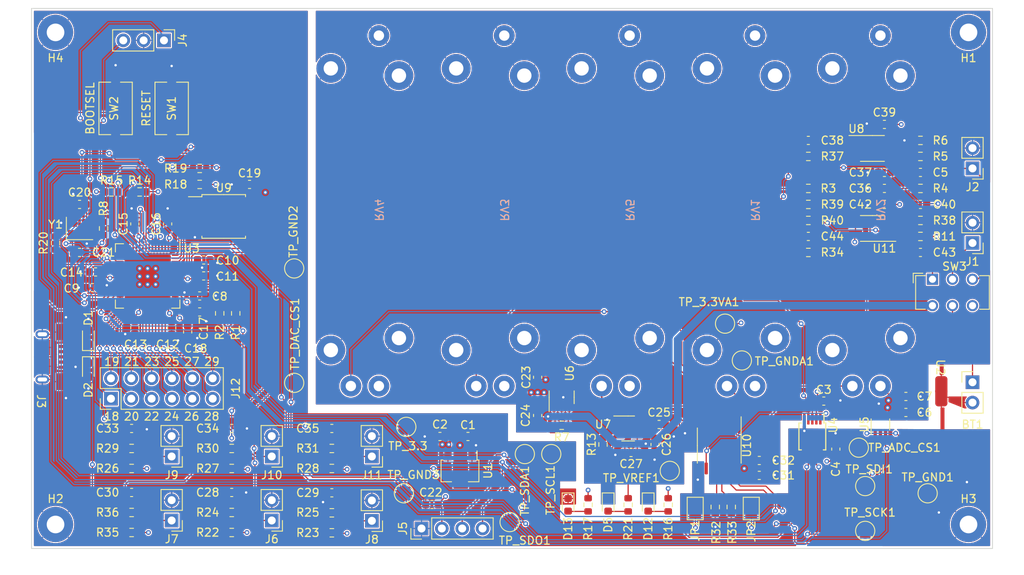
<source format=kicad_pcb>
(kicad_pcb (version 20211014) (generator pcbnew)
  (layers (0 "F.Cu" signal) (1 "In1.Cu" signal) (2 "In2.Cu" signal) (31 "B.Cu" signal) (34 "B.Paste" user) (35 "F.Paste" user) (36 "B.SilkS" user "B.Silkscreen") (37 "F.SilkS" user "F.Silkscreen") (38 "B.Mask" user) (39 "F.Mask" user) (44 "Edge.Cuts" user))
  (net 0 "")
  (net 1 "Net-(BT1-Pad1)")
  (net 2 "+BATT")
  (net 3 "GND")
  (net 4 "+3V3")
  (net 5 "Net-(C5-Pad1)")
  (net 6 "Net-(C36-Pad1)")
  (net 7 "+1V1")
  (net 8 "/rp2040_peripherals/XIN")
  (net 9 "/rp2040_peripherals/CRYSTAL_OUT")
  (net 10 "+3.3VA")
  (net 11 "GNDA")
  (net 12 "VREF")
  (net 13 "/ui_components/button2")
  (net 14 "/ui_components/button3")
  (net 15 "/ui_components/button1")
  (net 16 "/ui_components/button4")
  (net 17 "/ui_components/button5")
  (net 18 "/ui_components/button6")
  (net 19 "Net-(C37-Pad1)")
  (net 20 "Net-(C38-Pad1)")
  (net 21 "Net-(C40-Pad2)")
  (net 22 "Net-(D5-Pad2)")
  (net 23 "Net-(R34-Pad1)")
  (net 24 "Net-(R5-Pad2)")
  (net 25 "Net-(R39-Pad1)")
  (net 26 "Net-(D12-Pad2)")
  (net 27 "Net-(D13-Pad2)")
  (net 28 "Net-(J1-Pad1)")
  (net 29 "/SIG_OUT")
  (net 31 "/USB_DN")
  (net 32 "/USB_DP")
  (net 34 "/rp2040_peripherals/SWD")
  (net 35 "/rp2040_peripherals/SWCLK")
  (net 36 "/I2C0_SDA")
  (net 37 "/I2C0_SCL")
  (net 38 "Net-(J6-Pad1)")
  (net 39 "Net-(J7-Pad1)")
  (net 40 "Net-(J8-Pad1)")
  (net 41 "Net-(J9-Pad1)")
  (net 42 "Net-(J10-Pad1)")
  (net 43 "Net-(J11-Pad1)")
  (net 44 "/ui_components/GPIO18")
  (net 45 "/ui_components/GPIO19")
  (net 46 "/ui_components/GPIO20")
  (net 47 "/ui_components/GPIO21")
  (net 48 "/ui_components/GPIO22")
  (net 49 "/ui_components/GPIO23")
  (net 50 "/ui_components/GPIO24")
  (net 51 "/ui_components/GPIO25")
  (net 52 "/ui_components/GPIO26")
  (net 53 "/ui_components/GPIO27")
  (net 54 "/ui_components/GPIO28")
  (net 55 "/ui_components/GPIO29")
  (net 56 "Net-(JP1-Pad1)")
  (net 57 "Net-(JP2-Pad1)")
  (net 58 "/RPP")
  (net 59 "/RPN")
  (net 62 "/SPI0_SCK")
  (net 63 "/SPI0_SDI")
  (net 64 "Net-(R7-Pad2)")
  (net 65 "/SPI0_SDO")
  (net 66 "/ADC_CS")
  (net 67 "Net-(R13-Pad2)")
  (net 68 "/rp2040_peripherals/QSPI_CS")
  (net 69 "/rp2040_peripherals/USB_BOOT")
  (net 70 "/rp2040_peripherals/XOUT")
  (net 71 "/ui_components/band1")
  (net 72 "/ui_components/band2")
  (net 73 "/ui_components/band3")
  (net 74 "/ui_components/band4")
  (net 75 "/ui_components/band5")
  (net 76 "/rp2040_peripherals/RESET")
  (net 78 "/DAC_CS")
  (net 80 "/rp2040_peripherals/QSPI_SD3")
  (net 81 "/rp2040_peripherals/QSPI_SCLK")
  (net 82 "/rp2040_peripherals/QSPI_SDO")
  (net 83 "/rp2040_peripherals/QSPI_SD2")
  (net 84 "/rp2040_peripherals/QSPI_SD1")
  (net 85 "/DAC/S_OUT")
  (net 90 "Net-(R39-Pad2)")
  (net 91 "/input_filter/SIG_IN1")
  (net 92 "/ADC/SIG_IN_ADC")
  (net 93 "Net-(C43-Pad2)")
  (net 94 "Net-(C44-Pad2)")
  (footprint "Resistor_SMD:R_0603_1608Metric" (layer "F.Cu") (at 125 120)
    (fp_text reference "R31")
    (fp_text value "100")
  )
  (footprint "Capacitor_SMD:C_0603_1608Metric" (layer "F.Cu") (at 114.725 87 180)
    (fp_text reference "C19")
    (fp_text value "10u")
  )
  (footprint "Resistor_SMD:R_0603_1608Metric" (layer "F.Cu") (at 184.5 91.5 180)
    (fp_text reference "R40")
    (fp_text value "1k")
  )
  (footprint "TestPoint:TestPoint_Pad_D2.0mm" (layer "F.Cu") (at 199.4 125.6)
    (fp_text reference "TP_GND1")
    (fp_text value "TestPoint")
  )
  (footprint "Capacitor_SMD:C_0603_1608Metric" (layer "F.Cu") (at 198.5 95.5 180)
    (fp_text reference "C43")
    (fp_text value "47u")
  )
  (footprint "Connector_PinHeader_2.54mm:PinHeader_1x02_P2.54mm_Vertical" (layer "F.Cu") (at 117.5 129 180)
    (fp_text reference "J6")
    (fp_text value "Conn_01x02")
  )
  (footprint "Connector_PinHeader_2.54mm:PinHeader_1x03_P2.54mm_Vertical" (layer "F.Cu") (at 104.04 69 -90)
    (fp_text reference "J4")
    (fp_text value "SWD")
  )
  (footprint "Connector_PinHeader_2.54mm:PinHeader_1x02_P2.54mm_Vertical" (layer "F.Cu") (at 205 94.31875 180)
    (fp_text reference "J1")
    (fp_text value "Pickup")
  )
  (footprint "Capacitor_SMD:C_0603_1608Metric" (layer "F.Cu") (at 100.4 91.9375 90)
    (fp_text reference "C15")
    (fp_text value "100n")
  )
  (footprint "Resistor_SMD:R_0603_1608Metric" (layer "F.Cu") (at 100 120)
    (fp_text reference "R29")
    (fp_text value "100")
  )
  (footprint "Capacitor_SMD:C_0603_1608Metric" (layer "F.Cu") (at 196.68 113.5)
    (fp_text reference "C7")
    (fp_text value ".1u")
  )
  (footprint "Resistor_SMD:R_0603_1608Metric" (layer "F.Cu") (at 158.8625 119.5 90)
    (fp_text reference "R13")
    (fp_text value "10k")
  )
  (footprint "Resistor_SMD:R_0603_1608Metric" (layer "F.Cu") (at 112.5 122.5 180)
    (fp_text reference "R27")
    (fp_text value "10k")
  )
  (footprint "Capacitor_SMD:C_0603_1608Metric" (layer "F.Cu") (at 184.5 93.5 180)
    (fp_text reference "C44")
    (fp_text value "10u")
  )
  (footprint "MountingHole:MountingHole_2.2mm_M2_Pad" (layer "F.Cu") (at 90.5 68 180)
    (fp_text reference "H4")
    (fp_text value "MountingHole_Pad")
  )
  (footprint "LED_SMD:LED_0603_1608Metric" (layer "F.Cu") (at 159.5 127.04 -90)
    (fp_text reference "D5")
    (fp_text value "LED")
  )
  (footprint "Resistor_SMD:R_0603_1608Metric" (layer "F.Cu") (at 172.875 127.3125 -90)
    (fp_text reference "R32")
    (fp_text value "10k")
  )
  (footprint "TestPoint:TestPoint_Pad_D2.0mm" (layer "F.Cu") (at 190.8 119.9 180)
    (fp_text reference "TP_ADC_CS1")
    (fp_text value "TestPoint")
  )
  (footprint "Capacitor_SMD:C_0603_1608Metric" (layer "F.Cu") (at 196.68 115.5)
    (fp_text reference "C6")
    (fp_text value "1u")
  )
  (footprint "Resistor_SMD:R_0603_1608Metric" (layer "F.Cu") (at 100 128)
    (fp_text reference "R36")
    (fp_text value "100")
  )
  (footprint "Connector_PinHeader_2.54mm:PinHeader_1x02_P2.54mm_Vertical" (layer "F.Cu") (at 130 121 180)
    (fp_text reference "J11")
    (fp_text value "Conn_01x02")
  )
  (footprint "Capacitor_SMD:C_0603_1608Metric" (layer "F.Cu") (at 137.5 127 180)
    (fp_text reference "C22")
    (fp_text value "1u")
  )
  (footprint "Capacitor_SMD:C_0603_1608Metric" (layer "F.Cu") (at 107 105.4375 -90)
    (fp_text reference "C18")
    (fp_text value "100n")
  )
  (footprint "Resistor_SMD:R_0603_1608Metric" (layer "F.Cu") (at 113 103.1125 -90)
    (fp_text reference "R1")
    (fp_text value "27.4")
  )
  (footprint "Capacitor_SMD:C_0603_1608Metric" (layer "F.Cu") (at 194 87.5 180)
    (fp_text reference "C36")
    (fp_text value "10.6nF")
  )
  (footprint "Resistor_SMD:R_0603_1608Metric" (layer "F.Cu") (at 157 127.04 -90)
    (fp_text reference "R17")
    (fp_text value "750")
  )
  (footprint "Connector_PinHeader_2.54mm:PinHeader_1x02_P2.54mm_Vertical" (layer "F.Cu") (at 117.5 121 180)
    (fp_text reference "J10")
    (fp_text value "Conn_01x02")
  )
  (footprint "TestPoint:TestPoint_Pad_D2.0mm" (layer "F.Cu") (at 120.3 111.8 90)
    (fp_text reference "TP_DAC_CS1")
    (fp_text value "TestPoint")
  )
  (footprint "JFHPower:GND_STARPOINT" (layer "F.Cu") (at 202.406 112.5 -90)
    (fp_text reference "U2")
    (fp_text value "GND_STARPOINT")
  )
  (footprint "Raspberry Pi:QFN-56_EP_7.75x7.75_Pitch0.4mm" (layer "F.Cu") (at 102 98.4375 -90)
    (fp_text reference "U3")
    (fp_text value "RP2040")
  )
  (footprint "Buttons:PTS636 6.0x3.5 Button" (layer "F.Cu") (at 105 77.5 -90)
    (fp_text reference "SW1")
    (fp_text value "RESET")
  )
  (footprint "Connector_PinHeader_2.54mm:PinHeader_1x04_P2.54mm_Vertical" (layer "F.Cu") (at 136.2 130 90)
    (fp_text reference "J5")
    (fp_text value "oled")
  )
  (footprint "Package_SO:TSSOP-16_4.4x5mm_P0.65mm" (layer "F.Cu") (at 173.375 119.6375 -90)
    (fp_text reference "U10")
    (fp_text value "ADS7830")
  )
  (footprint "Resistor_SMD:R_0603_1608Metric" (layer "F.Cu") (at 198.5 87.5)
    (fp_text reference "R4")
    (fp_text value "DNP")
  )
  (footprint "TestPoint:TestPoint_Pad_D2.0mm" (layer "F.Cu") (at 174.1 104.4 90)
    (fp_text reference "TP_3.3VA1")
    (fp_text value "TestPoint")
  )
  (footprint "Resistor_SMD:R_0603_1608Metric" (layer "F.Cu") (at 184.5 83.5)
    (fp_text reference "R37")
    (fp_text value "8.66k")
  )
  (footprint "Resistor_SMD:R_0603_1608Metric" (layer "F.Cu") (at 112.5 120)
    (fp_text reference "R30")
    (fp_text value "100")
  )
  (footprint "Connector_PinHeader_2.54mm:PinHeader_2x06_P2.54mm_Vertical" (layer "F.Cu") (at 97.42 113.775 90)
    (fp_text reference "J12")
    (fp_text value "Conn_02x06_Top_Bottom")
  )
  (footprint "Connector_PinHeader_2.54mm:PinHeader_1x02_P2.54mm_Vertical" (layer "F.Cu") (at 205 85 180)
    (fp_text reference "J2")
    (fp_text value "Output jack")
  )
  (footprint "Resistor_SMD:R_0603_1608Metric" (layer "F.Cu") (at 153.7 117.1)
    (fp_text reference "R7")
    (fp_text value "10k")
  )
  (footprint "Connector_PinHeader_2.54mm:PinHeader_1x02_P2.54mm_Vertical" (layer "F.Cu") (at 130 129.04 180)
    (fp_text reference "J8")
    (fp_text value "Conn_01x02")
  )
  (footprint "TestPoint:TestPoint_Pad_D2.0mm" (layer "F.Cu") (at 134.3 117.3 90)
    (fp_text reference "TP_3.3")
    (fp_text value "TestPoint")
  )
  (footprint "Capacitor_SMD:C_0603_1608Metric" (layer "F.Cu") (at 95.5 97.9375 180)
    (fp_text reference "C14")
    (fp_text value "100n")
  )
  (footprint "Package_TO_SOT_SMD:SOT-23-5" (layer "F.Cu") (at 153.7 113.6 90)
    (fp_text reference "U6")
    (fp_text value "TCR2EF33")
  )
  (footprint "Button_Switch_THT:SW_CuK_JS202011CQN_DPDT_Straight" (layer "F.Cu") (at 200 98.85)
    (fp_text reference "SW3")
    (fp_text value "SW_DPDT_x2")
  )
  (footprint "Resistor_SMD:R_0603_1608Metric" (layer "F.Cu") (at 184.5 95.5 180)
    (fp_text reference "R34")
    (fp_text value "6.34k")
  )
  (footprint "Resistor_SMD:R_0603_1608Metric" (layer "F.Cu") (at 96.5 92.5 90)
    (fp_text reference "R8")
    (fp_text value "DNP")
  )
  (footprint "Capacitor_SMD:C_0603_1608Metric" (layer "F.Cu") (at 93.5 89.5 180)
    (fp_text reference "C20")
    (fp_text value "20p")
  )
  (footprint "Package_SO:MSOP-8_3x3mm_P0.65mm" (layer "F.Cu") (at 192.5 92.5 180)
    (fp_text reference "U11")
    (fp_text value "OPA1602")
  )
  (footprint "Resistor_SMD:R_0603_1608Metric" (layer "F.Cu") (at 198.5 91.5)
    (fp_text reference "R38")
    (fp_text value "100k")
  )
  (footprint "Connector_PinHeader_2.54mm:PinHeader_1x02_P2.54mm_Vertical" (layer "F.Cu") (at 205 111.725)
    (fp_text reference "BT1")
    (fp_text value "9v")
  )
  (footprint "TestPoint:TestPoint_Pad_D2.0mm" (layer "F.Cu") (at 147.2 129.2 90)
    (fp_text reference "TP_SDO1")
    (fp_text value "TestPoint")
  )
  (footprint "Package_SO:SOIC-8_5.23x5.23mm_P1.27mm" (layer "F.Cu") (at 111.5 91)
    (fp_text reference "U9")
    (fp_text value "W25Q128JVS")
  )
  (footprint "Crystal:Crystal_SMD_2520-4Pin_2.5x2.0mm" (layer "F.Cu") (at 93.5 92.5)
    (fp_text reference "Y1")
    (fp_text value "Crystal_GND24")
  )
  (footprint "Resistor_SMD:R_0603_1608Metric" (layer "F.Cu") (at 184.5 87.5)
    (fp_text reference "R3")
    (fp_text value "1k")
  )
  (footprint "Resistor_SMD:R_0603_1608Metric" (layer "F.Cu") (at 198.5 93.5 180)
    (fp_text reference "R11")
    (fp_text value "100k")
  )
  (footprint "Capacitor_SMD:C_0603_1608Metric" (layer "F.Cu") (at 150.7 115.875 -90)
    (fp_text reference "C24")
    (fp_text value "10u")
  )
  (footprint "Package_TO_SOT_SMD:Texas_R-PDSO-G6" (layer "F.Cu") (at 193.5 117 90)
    (fp_text reference "U5")
    (fp_text value "_DAC8411")
  )
  (footprint "TestPoint:TestPoint_Pad_D2.0mm" (layer "F.Cu") (at 167.2 122.8 90)
    (fp_text reference "TP_VREF1")
    (fp_text value "TestPoint")
  )
  (footprint "Resistor_SMD:R_0603_1608Metric" (layer "F.Cu") (at 111 103.1125 -90)
    (fp_text reference "R2")
    (fp_text value "27.4")
  )
  (footprint "TestPoint:TestPoint_Pad_D2.0mm" (layer "F.Cu") (at 191.6 130.3 90)
    (fp_text reference "TP_SCK1")
    (fp_text value "TestPoint")
  )
  (footprint "Capacitor_SMD:C_0603_1608Metric" (layer "F.Cu") (at 105 104.9375 -90)
    (fp_text reference "C12")
    (fp_text value "100n")
  )
  (footprint "Capacitor_SMD:C_0603_1608Metric" (layer "F.Cu") (at 112.5 117.5)
    (fp_text reference "C34")
    (fp_text value ".1uf")
  )
  (footprint "Capacitor_SMD:C_0603_1608Metric" (layer "F.Cu") (at 109 96.4375)
    (fp_text reference "C10")
    (fp_text value "100n")
  )
  (footprint "Capacitor_SMD:C_0603_1608Metric" (layer "F.Cu") (at 100 125.5)
    (fp_text reference "C30")
    (fp_text value ".1uf")
  )
  (footprint "Resistor_SMD:R_0603_1608Metric" (layer "F.Cu") (at 108.5 87)
    (fp_text reference "R18")
    (fp_text value "do not place")
  )
  (footprint "Capacitor_SMD:C_0603_1608Metric" (layer "F.Cu") (at 150.7 111.1 90)
    (fp_text reference "C23")
    (fp_text value "10u")
  )
  (footprint "Capacitor_SMD:C_0603_1608Metric" (layer "F.Cu") (at 112.5 125.5)
    (fp_text reference "C28")
    (fp_text value ".1uf")
  )
  (footprint "Capacitor_SMD:C_0603_1608Metric" (layer "F.Cu") (at 198.5 89.5)
    (fp_text reference "C40")
    (fp_text value "1n")
  )
  (footprint "Capacitor_SMD:C_0603_1608Metric" (layer "F.Cu") (at 194 89.5 180)
    (fp_text reference "C42")
    (fp_text value ".1u")
  )
  (footprint "TestPoint:TestPoint_Pad_D2.0mm" (layer "F.Cu") (at 149.1 120.7 90)
    (fp_text reference "TP_SDA1")
    (fp_text value "TestPoint")
  )
  (footprint "LED_SMD:LED_0603_1608Metric" (layer "F.Cu") (at 154.5 127.04 -90)
    (fp_text reference "D13")
    (fp_text value "LED")
  )
  (footprint "Package_SO:MSOP-8_3x3mm_P0.65mm" (layer "F.Cu") (at 192.5 82.5)
    (fp_text reference "U8")
    (fp_text value "OPA1602")
  )
  (footprint "Resistor_SMD:R_0603_1608Metric" (layer "F.Cu") (at 162 127.04 -90)
    (fp_text reference "R21")
    (fp_text value "750")
  )
  (footprint "Package_TO_SOT_SMD:SOT-23-6" (layer "F.Cu") (at 162 117.5)
    (fp_text reference "U7")
    (fp_text value "REF3433")
  )
  (footprint "Resistor_SMD:R_0603_1608Metric" (layer "F.Cu") (at 125 122.5 180)
    (fp_text reference "R28")
    (fp_text value "10k")
  )
  (footprint "Resistor_SMD:R_0603_1608Metric" (layer "F.Cu") (at 100 130.5 180)
    (fp_text reference "R35")
    (fp_text value "10k")
  )
  (footprint "Capacitor_SMD:C_0603_1608Metric" (layer "F.Cu") (at 108.5 102.9375)
    (fp_text reference "C17")
    (fp_text value "100n")
  )
  (footprint "Resistor_SMD:R_0603_1608Metric" (layer "F.Cu") (at 198.5 83.5 180)
    (fp_text reference "R5")
    (fp_text value "22k")
  )
  (footprint "Jumper:SolderJumper-2_P1.3mm_Open_TrianglePad1.0x1.5mm" (layer "F.Cu") (at 177.375 127.5 -90)
    (fp_text reference "JP2")
    (fp_text value "SolderJumper_2_Open")
  )
  (footprint "Jumper:SolderJumper-2_P1.3mm_Open_TrianglePad1.0x1.5mm" (layer "F.Cu") (at 170.375 127.5 -90)
    (fp_text reference "JP1")
    (fp_text value "SolderJumper_2_Open")
  )
  (footprint "Capacitor_SMD:C_0603_1608Metric" (layer "F.Cu") (at 138.5 118.5 180)
    (fp_text reference "C2")
    (fp_text value "10u")
  )
  (footprint "Resistor_SMD:R_0603_1608Metric" (layer "F.Cu") (at 108.5 85)
    (fp_text reference "R19")
    (fp_text value "1k")
  )
  (footprint "TestPoint:TestPoint_Pad_D2.0mm" (layer "F.Cu") (at 120.3 97.5 90)
    (fp_text reference "TP_GND2")
    (fp_text value "TestPoint")
  )
  (footprint "Capacitor_SMD:C_0603_1608Metric" (layer "F.Cu") (at 165.3625 119.5 -90)
    (fp_text reference "C26")
    (fp_text value ".1u")
  )
  (footprint "Capacitor_SMD:C_0603_1608Metric" (layer "F.Cu") (at 178.375 121.5)
    (fp_text reference "C32")
    (fp_text value "10u")
  )
  (footprint "Capacitor_SMD:C_0603_1608Metric" (layer "F.Cu") (at 95.1 99.9 180)
    (fp_text reference "C9")
    (fp_text value "100n")
  )
  (footprint "Capacitor_SMD:C_0603_1608Metric" (layer "F.Cu") (at 125 117.5)
    (fp_text reference "C35")
    (fp_text value ".1uf")
  )
  (footprint "Capacitor_SMD:C_0603_1608Metric" (layer "F.Cu") (at 178.375 123.3625)
    (fp_text reference "C31")
    (fp_text value ".1u")
  )
  (footprint "Connector_PinHeader_2.54mm:PinHeader_1x02_P2.54mm_Vertical" (layer "F.Cu") (at 105 121 180)
    (fp_text reference "J9")
    (fp_text value "Conn_01x02")
  )
  (footprint "Diode_SMD:D_0603_1608Metric_Pad1.05x0.95mm_HandSolder" (layer "F.Cu") (at 94.6 110.2 -90)
    (fp_text reference "D2")
    (fp_text value "D")
  )
  (footprint "LED_SMD:LED_0603_1608Metric" (layer "F.Cu") (at 164.5 127.04 -90)
    (fp_text reference "D12")
    (fp_text value "LED")
  )
  (footprint "Capacitor_SMD:C_0603_1608Metric" (layer "F.Cu") (at 109 98.4375)
    (fp_text reference "C11")
    (fp_text value "1u")
  )
  (footprint "Buttons:PTS636 6.0x3.5 Button" (layer "F.Cu") (at 98 77.5 -90)
    (fp_text reference "SW2")
    (fp_text value "BOOTSEL")
  )
  (footprint "Capacitor_SMD:C_0603_1608Metric" (layer "F.Cu") (at 125 125.54 180)
    (fp_text reference "C29")
    (fp_text value ".1uf")
  )
  (footprint "Package_SO:MSOP-10_3x3mm_P0.5mm" (layer "F.Cu") (at 185 118.5 -90)
    (fp_text reference "U4")
    (fp_text value "AD7685")
  )
  (footprint "Connector_PinHeader_2.54mm:PinHeader_1x02_P2.54mm_Vertical" (layer "F.Cu") (at 105 129 180)
    (fp_text reference "J7")
    (fp_text value "Conn_01x02")
  )
  (footprint "Capacitor_SMD:C_0603_1608Metric" (layer "F.Cu") (at 198.5 85.5)
    (fp_text reference "C5")
    (fp_text value "10u")
  )
  (footprint "JFHUSB:U254-051T-4BH83-S1S" (layer "F.Cu") (at 91.5 108.55 -90)
    (fp_text reference "J3")
    (fp_text value "USB_B_Micro")
  )
  (footprint "Capacitor_SMD:C_0603_1608Metric" (layer "F.Cu") (at 184.5 81.5)
    (fp_text reference "C38")
    (fp_text value "2.05n")
  )
  (footprint "Resistor_SMD:R_0603_1608Metric" (layer "F.Cu") (at 167 127.04 -90)
    (fp_text reference "R16")
    (fp_text value "750")
  )
  (footprint "MountingHole:MountingHole_2.2mm_M2_Pad" (layer "F.Cu") (at 90.5 129.5)
    (fp_text reference "H2")
    (fp_text value "MountingHole_Pad")
  )
  (footprint "TestPoint:TestPoint_Pad_D2.0mm" (layer "F.Cu") (at 176.2 109 90)
    (fp_text reference "TP_GNDA1")
    (fp_text value "TestPoint")
  )
  (footprint "MountingHole:MountingHole_2.2mm_M2_Pad" (layer "F.Cu") (at 204.5 68 180)
    (fp_text reference "H1")
    (fp_text value "MountingHole_Pad")
  )
  (footprint "Resistor_SMD:R_0603_1608Metric" (layer "F.Cu") (at 184.5 89.5 180)
    (fp_text reference "R39")
    (fp_text value "3.3k")
  )
  (footprint "Capacitor_SMD:C_0603_1608Metric" (layer "F.Cu") (at 162.3625 120.5 180)
    (fp_text reference "C27")
    (fp_text value "10u")
  )
  (footprint "Resistor_SMD:R_0603_1608Metric" (layer "F.Cu") (at 112.5 128)
    (fp_text reference "R24")
    (fp_text value "100")
  )
  (footprint "Resistor_SMD:R_0603_1608Metric" (layer "F.Cu") (at 112.5 130.5 180)
    (fp_text reference "R22")
    (fp_text value "10k")
  )
  (footprint "Resistor_SMD:R_0603_1608Metric" (layer "F.Cu") (at 100 122.5 180)
    (fp_text reference "R26")
    (fp_text value "10k")
  )
  (footprint "Capacitor_SMD:C_0603_1608Metric" (layer "F.Cu") (at 108.5 100.9375)
    (fp_text reference "C8")
    (fp_text value "1u")
  )
  (footprint "Capacitor_SMD:C_0603_1608Metric" (layer "F.Cu") (at 104.5 91.9375 90)
    (fp_text reference "C16")
    (fp_text value "100n")
  )
  (footprint "Resistor_SMD:R_0603_1608Metric" (layer "F.Cu") (at 174.875 127.3125 -90)
    (fp_text reference "R33")
    (fp_text value "10k")
  )
  (footprint "TestPoint:TestPoint_Pad_D2.0mm" (layer "F.Cu") (at 134 125.6)
    (fp_text reference "TP_GND3")
    (fp_text value "TestPoint")
  )
  (footprint "TestPoint:TestPoint_Pad_D2.0mm" (layer "F.Cu") (at 191.6 124.7 90)
    (fp_text reference "TP_SDI1")
    (fp_text value "TestPoint")
  )
  (footprint "Capacitor_SMD:C_0603_1608Metric" (layer "F.Cu") (at 100 117.5)
    (fp_text reference "C33")
    (fp_text value ".1uf")
  )
  (footprint "Resistor_SMD:R_0603_1608Metric" (layer "F.Cu") (at 90.5 94.325 -90)
    (fp_text reference "R20")
    (fp_text value "330")
  )
  (footprint "Capacitor_SMD:C_0603_1608Metric" (layer "F.Cu") (at 186.429 114.079)
    (fp_text reference "C3")
    (fp_text value "100n")
  )
  (footprint "Capacitor_SMD:C_0603_1608Metric" (layer "F.Cu") (at 93.5 95.5)
    (fp_text reference "C21")
    (fp_text value "20p")
  )
  (footprint "Capacitor_SMD:C_0603_1608Metric" (layer "F.Cu") (at 194 85.5 180)
    (fp_text reference "C37")
    (fp_text value "DNP")
  )
  (footprint "Package_TO_SOT_SMD:SOT-89-3" (layer "F.Cu") (at 141 122.5 -90)
    (fp_text reference "U1")
    (fp_text value "HT75xx-1-SOT89")
  )
  (footprint "Capacitor_SMD:C_0603_1608Metric" (layer "F.Cu") (at 187.929 120.079 90)
    (fp_text reference "C4")
    (fp_text value "100n")
  )
  (footprint "Capacitor_SMD:C_0603_1608Metric" (layer "F.Cu") (at 165.8625 117)
    (fp_text reference "C25")
    (fp_text value "10u")
  )
  (footprint "Capacitor_SMD:C_0603_1608Metric" (layer "F.Cu") (at 100.4 104.9 -90)
    (fp_text reference "C13")
    (fp_text value "100n")
  )
  (footprint "Capacitor_SMD:C_0603_1608Metric" (layer "F.Cu") (at 142 118.5)
    (fp_text reference "C1")
    (fp_text value "10u")
  )
  (footprint "Diode_SMD:D_0603_1608Metric_Pad1.05x0.95mm_HandSolder" (layer "F.Cu") (at 94.6 106.1 90)
    (fp_text reference "D1")
    (fp_text value "D")
  )
  (footprint "Resistor_SMD:R_0603_1608Metric" (layer "F.Cu") (at 125 130.54 180)
    (fp_text reference "R23")
    (fp_text value "10k")
  )
  (footprint "Resistor_SMD:R_0603_1608Metric" (layer "F.Cu") (at 125 128.04)
    (fp_text reference "R25")
    (fp_text value "100")
  )
  (footprint "Resistor_SMD:R_0603_1608Metric" (layer "F.Cu") (at 101 87.9375)
    (fp_text reference "R14")
    (fp_text value "2.21k")
  )
  (footprint "Resistor_SMD:R_0603_1608Metric" (layer "F.Cu") (at 198.5 81.5 180)
    (fp_text reference "R6")
    (fp_text value "10k")
  )
  (footprint "Capacitor_SMD:C_0603_1608Metric" (layer "F.Cu") (at 194 79.5 180)
    (fp_text reference "C39")
    (fp_text value ".1u")
  )
  (footprint "Resistor_SMD:R_0603_1608Metric" (layer "F.Cu") (at 97.5 87.9375 180)
    (fp_text reference "R15")
    (fp_text value "2.21k")
  )
  (footprint "MountingHole:MountingHole_2.2mm_M2_Pad" (layer "F.Cu") (at 204.5 129.5)
    (fp_text reference "H3")
    (fp_text value "MountingHole_Pad")
  )
  (footprint "TestPoint:TestPoint_Pad_D2.0mm" (layer "F.Cu") (at 152.4 120.7 90)
    (fp_text reference "TP_SCL1")
    (fp_text value "TestPoint")
  )
  (footprint "JFHButton:PS30-10PB1BR10K" (layer "B.Cu") (at 160.6875 90 90)
    (fp_text reference "RV5")
    (fp_text value "R_Potentiometer")
  )
  (footprint "JFHButton:PS30-10PB1BR10K" (layer "B.Cu") (at 129.375 90 90)
    (fp_text reference "RV4")
    (fp_text value "R_Potentiometer")
  )
  (footprint "JFHButton:PS30-10PB1BR10K" (layer "B.Cu") (at 176.34375 90 90)
    (fp_text reference "RV1")
    (fp_text value "R_Potentiometer")
  )
  (footprint "JFHButton:PS30-10PB1BR10K" (layer "B.Cu") (at 192 90 90)
    (fp_text reference "RV2")
    (fp_text value "R_Potentiometer")
  )
  (footprint "JFHButton:PS30-10PB1BR10K" (layer "B.Cu") (at 145.03125 90 90)
    (fp_text reference "RV3")
    (fp_text value "R_Potentiometer")
  )
  (gr_rect (start 87.5 65) (end 207.5 132.5) (layer "Edge.Cuts") (width 0.1) (fill none))
  (gr_text "18" (at 97.5 116) (layer "F.SilkS") (effects (font (size 1 1))))
  (gr_text "26" (at 107.5 116) (layer "F.SilkS") (effects (font (size 1 1))))
  (gr_text "23" (at 102.530454 109.150805) (layer "F.SilkS") (effects (font (size 1 1))))
  (gr_text "24" (at 105 116) (layer "F.SilkS") (effects (font (size 1 1))))
  (gr_text "29" (at 110.030454 109.150805) (layer "F.SilkS") (effects (font (size 1 1))))
  (gr_text "28" (at 110 116) (layer "F.SilkS") (effects (font (size 1 1))))
  (gr_text "22" (at 102.5 116) (layer "F.SilkS") (effects (font (size 1 1))))
  (gr_text "19" (at 97.530454 109.150805) (layer "F.SilkS") (effects (font (size 1 1))))
  (gr_text "21" (at 100.030454 109.150805) (layer "F.SilkS") (effects (font (size 1 1))))
  (gr_text "20" (at 100 116) (layer "F.SilkS") (effects (font (size 1 1))))
  (gr_text "27" (at 107.530454 109.150805) (layer "F.SilkS") (effects (font (size 1 1))))
  (gr_text "25" (at 105.030454 109.150805) (layer "F.SilkS") (effects (font (size 1 1))))
  (segment (start 205 107.1) (end 202.5 104.6) (width 0.15) (layer "F.Cu") (net 1))
  (segment (start 205 111.725) (end 205 107.1) (width 0.15) (layer "F.Cu") (net 1))
  (segment (start 202.5 104.6) (end 202.5 102.15) (width 0.15) (layer "F.Cu") (net 1))
  (segment (start 160.5 119.4) (end 164.2 119.4) (width 0.15) (layer "F.Cu") (net 2))
  (segment (start 159.575 120.325) (end 160.5 119.4) (width 0.15) (layer "F.Cu") (net 2))
  (segment (start 158.8625 120.325) (end 159.575 120.325) (width 0.15) (layer "F.Cu") (net 2))
  (via (at 141 119.6) (size 0.6) (drill 0.3) (layers "F.Cu" "B.Cu") (net 2))
  (via (at 164.2 119.4) (size 0.6) (drill 0.3) (layers "F.Cu" "B.Cu") (net 2))
  (via (at 152 116) (size 0.6) (drill 0.3) (layers "F.Cu" "B.Cu") (net 2))
  (segment (start 172.45 102.15) (end 168.2 106.4) (width 1) (layer "B.Cu") (net 2))
  (segment (start 157 116) (end 152 116) (width 1) (layer "B.Cu") (net 2))
  (segment (start 160.4 119.4) (end 157 116) (width 1) (layer "B.Cu") (net 2))
  (segment (start 164.2 119.4) (end 160.4 119.4) (width 1) (layer "B.Cu") (net 2))
  (segment (start 200 102.15) (end 172.45 102.15) (width 1) (layer "B.Cu") (net 2))
  (segment (start 165.2 119.4) (end 164.2 119.4) (width 1) (layer "B.Cu") (net 2))
  (segment (start 168.2 116.4) (end 165.2 119.4) (width 1) (layer "B.Cu") (net 2))
  (segment (start 168.2 106.4) (end 168.2 116.4) (width 1) (layer "B.Cu") (net 2))
  (via (at 105.8 106.5) (size 0.6) (drill 0.3) (layers "F.Cu" "B.Cu") (net 3))
  (via (at 114.4 117.5) (size 0.6) (drill 0.3) (layers "F.Cu" "B.Cu") (net 3))
  (via (at 170.7 123.9) (size 0.6) (drill 0.3) (layers "F.Cu" "B.Cu") (net 3))
  (via (at 200.8 128) (size 0.6) (drill 0.3) (layers "F.Cu" "B.Cu") (net 3))
  (via (at 101 99.5) (size 0.6) (drill 0.3) (layers "F.Cu" "B.Cu") (net 3))
  (via (at 184 117.8) (size 0.6) (drill 0.3) (layers "F.Cu" "B.Cu") (net 3))
  (via (at 110.5 100.9) (size 0.6) (drill 0.3) (layers "F.Cu" "B.Cu") (net 3))
  (via (at 143 119.6) (size 0.6) (drill 0.3) (layers "F.Cu" "B.Cu") (net 3))
  (via (at 103 99.5) (size 0.6) (drill 0.3) (layers "F.Cu" "B.Cu") (net 3))
  (via (at 102 98.5) (size 0.6) (drill 0.3) (layers "F.Cu" "B.Cu") (net 3))
  (via (at 187.9 118.1) (size 0.6) (drill 0.3) (layers "F.Cu" "B.Cu") (net 3))
  (via (at 92.7 88.2) (size 0.6) (drill 0.3) (layers "F.Cu" "B.Cu") (net 3))
  (via (at 105 72.2) (size 0.6) (drill 0.3) (layers "F.Cu" "B.Cu") (net 3))
  (via (at 94.6 103.8) (size 0.6) (drill 0.3) (layers "F.Cu" "B.Cu") (net 3))
  (via (at 174.9 129.7) (size 0.6) (drill 0.3) (layers "F.Cu" "B.Cu") (net 3))
  (via (at 93 109.8) (size 0.6) (drill 0.3) (layers "F.Cu" "B.Cu") (net 3))
  (via (at 94.4 94.4) (size 0.6) (drill 0.3) (layers "F.Cu" "B.Cu") (net 3))
  (via (at 104.5 90) (size 0.6) (drill 0.3) (layers "F.Cu" "B.Cu") (net 3))
  (via (at 93.6 97.9) (size 0.6) (drill 0.3) (layers "F.Cu" "B.Cu") (net 3))
  (via (at 93.4 99.9) (size 0.6) (drill 0.3) (layers "F.Cu" "B.Cu") (net 3))
  (via (at 91.2 91.8) (size 0.6) (drill 0.3) (layers "F.Cu" "B.Cu") (net 3))
  (via (at 103 97.5) (size 0.6) (drill 0.3) (layers "F.Cu" "B.Cu") (net 3))
  (via (at 99.2 105.7) (size 0.6) (drill 0.3) (layers "F.Cu" "B.Cu") (net 3))
  (via (at 123.9 126.7) (size 0.6) (drill 0.3) (layers "F.Cu" "B.Cu") (net 3))
  (via (at 100 90) (size 0.6) (drill 0.3) (layers "F.Cu" "B.Cu") (net 3))
  (via (at 109.3 104.1) (size 0.6) (drill 0.3) (layers "F.Cu" "B.Cu") (net 3))
  (via (at 91.8 113.7) (size 0.6) (drill 0.3) (layers "F.Cu" "B.Cu") (net 3))
  (via (at 112.5 87) (size 0.6) (drill 0.3) (layers "F.Cu" "B.Cu") (net 3))
  (via (at 136.6 118.5) (size 0.6) (drill 0.3) (layers "F.Cu" "B.Cu") (net 3))
  (via (at 107.9 93.6) (size 0.6) (drill 0.3) (layers "F.Cu" "B.Cu") (net 3))
  (via (at 110.7 96.8) (size 0.6) (drill 0.3) (layers "F.Cu" "B.Cu") (net 3))
  (via (at 102 99.5) (size 0.6) (drill 0.3) (layers "F.Cu" "B.Cu") (net 3))
  (via (at 102 97.5) (size 0.6) (drill 0.3) (layers "F.Cu" "B.Cu") (net 3))
  (via (at 172.9 129.8) (size 0.6) (drill 0.3) (layers "F.Cu" "B.Cu") (net 3))
  (via (at 114.3 125.5) (size 0.6) (drill 0.3) (layers "F.Cu" "B.Cu") (net 3))
  (via (at 110.7 98.4) (size 0.6) (drill 0.3) (layers "F.Cu" "B.Cu") (net 3))
  (via (at 94.6 112.5) (size 0.6) (drill 0.3) (layers "F.Cu" "B.Cu") (net 3))
  (via (at 98 72.1) (size 0.6) (drill 0.3) (layers "F.Cu" "B.Cu") (net 3))
  (via (at 103 98.5) (size 0.6) (drill 0.3) (layers "F.Cu" "B.Cu") (net 3))
  (via (at 101 98.5) (size 0.6) (drill 0.3) (layers "F.Cu" "B.Cu") (net 3))
  (via (at 101.9 117.6) (size 0.6) (drill 0.3) (layers "F.Cu" "B.Cu") (net 3))
  (via (at 101 97.5) (size 0.6) (drill 0.3) (layers "F.Cu" "B.Cu") (net 3))
  (via (at 204.3 124.2) (size 0.6) (drill 0.3) (layers "F.Cu" "B.Cu") (net 3))
  (via (at 91.8 103.6) (size 0.6) (drill 0.3) (layers "F.Cu" "B.Cu") (net 3))
  (via (at 108.2 106.2) (size 0.6) (drill 0.3) (layers "F.Cu" "B.Cu") (net 3))
  (segment (start 100.8755 103) (end 101 102.8755) (width 0.15) (layer "F.Cu") (net 4))
  (segment (start 96.975 98.6375) (end 98.5625 98.6375) (width 0.15) (layer "F.Cu") (net 4))
  (segment (start 138.74 130) (end 138.74 127.465) (width 0.15) (layer "F.Cu") (net 4))
  (segment (start 125.885 130.6) (end 125.825 130.54) (width 0.15) (layer "F.Cu") (net 4))
  (segment (start 107 98.8) (end 107.8625 98.8) (width 0.15) (layer "F.Cu") (net 4))
  (segment (start 105.4375 98.6375) (end 106.3625 98.6375) (width 0.15) (layer "F.Cu") (net 4))
  (segment (start 177.4 128.25) (end 177.375 128.225) (width 0.15) (layer "F.Cu") (net 4))
  (segment (start 104.6 101.875) (end 104.6 102.9755) (width 0.15) (layer "F.Cu") (net 4))
  (segment (start 96.275 97.9375) (end 96.975 98.6375) (width 0.15) (layer "F.Cu") (net 4))
  (segment (start 106.725 98.8) (end 107 98.8) (width 0.15) (layer "F.Cu") (net 4))
  (segment (start 101 95) (end 101 93.3125) (width 0.15) (layer "F.Cu") (net 4))
  (segment (start 107 104.6625) (end 105.4375 103.1) (width 0.15) (layer "F.Cu") (net 4))
  (segment (start 101 102.8755) (end 101 101.875) (width 0.15) (layer "F.Cu") (net 4))
  (segment (start 110.5 87) (end 109.325 87) (width 0.15) (layer "F.Cu") (net 4))
  (segment (start 187.775 120.7) (end 186 120.7) (width 0.15) (layer "F.Cu") (net 4))
  (segment (start 157 125.2) (end 157 126.215) (width 0.15) (layer "F.Cu") (net 4))
  (segment (start 138.275 127) (end 138.275 126.925) (width 0.15) (layer "F.Cu") (net 4))
  (segment (start 170.4 128.25) (end 170.375 128.225) (width 0.15) (layer "F.Cu") (net 4))
  (segment (start 105 103.3755) (end 104.7245 103.1) (width 0.15) (layer "F.Cu") (net 4))
  (segment (start 107.725 102.525) (end 107.725 102.9375) (width 0.15) (layer "F.Cu") (net 4))
  (segment (start 187.929 120.854) (end 187.775 120.7) (width 0.15) (layer "F.Cu") (net 4))
  (segment (start 113.425 122.6) (end 113.325 122.5) (width 0.15) (layer "F.Cu") (net 4))
  (segment (start 102.1 130.5) (end 100.825 130.5) (width 0.15) (layer "F.Cu") (net 4))
  (segment (start 95.6375 87.9375) (end 95.6 87.9) (width 0.15) (layer "F.Cu") (net 4))
  (segment (start 134.3 117.3) (end 138.8 117.3) (width 0.15) (layer "F.Cu") (net 4))
  (segment (start 138.275 126.925) (end 139.2 126) (width 0.15) (layer "F.Cu") (net 4))
  (segment (start 105.9625 99.0375) (end 106.3625 98.6375) (width 0.15) (layer "F.Cu") (net 4))
  (segment (start 114.5 122.6) (end 113.425 122.6) (width 0.15) (layer "F.Cu") (net 4))
  (segment (start 138.74 127.465) (end 138.275 127) (width 0.15) (layer "F.Cu") (net 4))
  (segment (start 138.8 117.3) (end 139.275 117.775) (width 0.15) (layer "F.Cu") (net 4))
  (segment (start 101 93.3125) (end 100.4 92.7125) (width 0.15) (layer "F.Cu") (net 4))
  (segment (start 104.6 95) (end 104.6 92.8125) (width 0.15) (layer "F.Cu") (net 4))
  (segment (start 96.675 87.9375) (end 95.6375 87.9375) (width 0.15) (layer "F.Cu") (net 4))
  (segment (start 105.4375 103.1) (end 105.4375 101.0375) (width 0.15) (layer "F.Cu") (net 4))
  (segment (start 103.3 87.9) (end 101.8625 87.9) (width 0.15) (layer "F.Cu") (net 4))
  (segment (start 105 104.1625) (end 105 103.3755) (width 0.15) (layer "F.Cu") (net 4))
  (segment (start 100.4 103.4755) (end 100.8755 103) (width 0.15) (layer "F.Cu") (net 4))
  (segment (start 186.8 121.6) (end 187.183 121.6) (width 0.15) (layer "F.Cu") (net 4))
  (segment (start 101.8625 87.9) (end 101.825 87.9375) (width 0.15) (layer "F.Cu") (net 4))
  (segment (start 170.4 129.9) (end 170.4 128.25) (width 0.15) (layer "F.Cu") (net 4))
  (segment (start 101.9 122.5) (end 100.825 122.5) (width 0.15) (layer "F.Cu") (net 4))
  (segment (start 187.183 121.6) (end 187.929 120.854) (width 0.15) (layer "F.Cu") (net 4))
  (segment (start 100.4 104.125) (end 100.4 103.4755) (width 0.15) (layer "F.Cu") (net 4))
  (segment (start 139.275 117.775) (end 139.275 118.5) (width 0.15) (layer "F.Cu") (net 4))
  (segment (start 126.9 130.6) (end 125.885 130.6) (width 0.15) (layer "F.Cu") (net 4))
  (segment (start 125.925 122.6) (end 125.825 122.5) (width 0.15) (layer "F.Cu") (net 4))
  (segment (start 107.8625 98.8) (end 108.225 98.4375) (width 0.15) (layer "F.Cu") (net 4))
  (segment (start 104.6 92.8125) (end 104.5 92.7125) (width 0.15) (layer "F.Cu") (net 4))
  (segment (start 106.5625 98.6375) (end 106.725 98.8) (width 0.15) (layer "F.Cu") (net 4))
  (segment (start 105.8375 100.6375) (end 107.725 102.525) (width 0.15) (layer "F.Cu") (net 4))
  (segment (start 177.4 129.9) (end 177.4 128.25) (width 0.15) (layer "F.Cu") (net 4))
  (segment (start 126.9 122.6) (end 125.925 122.6) (width 0.15) (layer "F.Cu") (net 4))
  (segment (start 106.3625 98.6375) (end 106.5625 98.6375) (width 0.15) (layer "F.Cu") (net 4))
  (segment (start 114.4 130.5) (end 113.325 130.5) (width 0.15) (layer "F.Cu") (net 4))
  (segment (start 105.4375 99.0375) (end 105.9625 99.0375) (width 0.15) (layer "F.Cu") (net 4))
  (segment (start 105.4375 100.6375) (end 105.8375 100.6375) (width 0.15) (layer "F.Cu") (net 4))
  (segment (start 104.6 102.9755) (end 104.7245 103.1) (width 0.15) (layer "F.Cu") (net 4))
  (via (at 139.2 126) (size 0.6) (drill 0.3) (layers "F.Cu" "B.Cu") (net 4))
  (via (at 97.3 98.7) (size 0.6) (drill 0.3) (layers "F.Cu" "B.Cu") (net 4))
  (via (at 157 125.2) (size 0.6) (drill 0.3) (layers "F.Cu" "B.Cu") (net 4))
  (via (at 106 103.7) (size 0.6) (drill 0.3) (layers "F.Cu" "B.Cu") (net 4))
  (via (at 126.9 130.6) (size 0.6) (drill 0.3) (layers "F.Cu" "B.Cu") (net 4))
  (via (at 100.8755 103) (size 0.6) (drill 0.3) (layers "F.Cu" "B.Cu") (net 4))
  (via (at 104.7 93.7) (size 0.6) (drill 0.3) (layers "F.Cu" "B.Cu") (net 4))
  (via (at 116.7 88) (size 0.6) (drill 0.3) (layers "F.Cu" "B.Cu") (net 4))
  (via (at 186.8 121.6) (size 0.6) (drill 0.3) (layers "F.Cu" "B.Cu") (net 4))
  (via (at 101.9 122.5) (size 0.6) (drill 0.3) (layers "F.Cu" "B.Cu") (net 4))
  (via (at 170.4 129.9) (size 0.6) (drill 0.3) (layers "F.Cu" "B.Cu") (net 4))
  (via (at 103.3 87.9) (size 0.6) (drill 0.3) (layers "F.Cu" "B.Cu") (net 4))
  (via (at 106.9 101.7) (size 0.6) (drill 0.3) (layers "F.Cu" "B.Cu") (net 4))
  (via (at 126.9 122.6) (size 0.6) (drill 0.3) (layers "F.Cu" "B.Cu") (net 4))
  (via (at 110.5 87) (size 0.6) (drill 0.3) (layers "F.Cu" "B.Cu") (net 4))
  (via (at 104.7245 103.1) (size 0.6) (drill 0.3) (layers "F.Cu" "B.Cu") (net 4))
  (via (at 95.6 87.9) (size 0.6) (drill 0.3) (layers "F.Cu" "B.Cu") (net 4))
  (via (at 107 98.8) (size 0.6) (drill 0.3) (layers "F.Cu" "B.Cu") (net 4))
  (via (at 139.6 119.5) (size 0.6) (drill 0.3) (layers "F.Cu" "B.Cu") (net 4))
  (via (at 102.1 130.5) (size 0.6) (drill 0.3) (layers "F.Cu" "B.Cu") (net 4))
  (via (at 114.5 122.6) (size 0.6) (drill 0.3) (layers "F.Cu" "B.Cu") (net 4))
  (via (at 100.9 93.5) (size 0.6) (drill 0.3) (layers "F.Cu" "B.Cu") (net 4))
  (via (at 114.4 130.5) (size 0.6) (drill 0.3) (layers "F.Cu" "B.Cu") (net 4))
  (via (at 177.4 129.9) (size 0.6) (drill 0.3) (layers "F.Cu" "B.Cu") (net 4))
  (via (at 138.8 119.5) (size 0.6) (drill 0.3) (layers "F.Cu" "B.Cu") (net 4))
  (segment (start 199.325 84.175) (end 199 84.5) (width 0.15) (layer "F.Cu") (net 5))
  (segment (start 198.1 84.5) (end 197.725 84.875) (width 0.15) (layer "F.Cu") (net 5))
  (segment (start 199 84.5) (end 198.1 84.5) (width 0.15) (layer "F.Cu") (net 5))
  (segment (start 199.325 81.5) (end 199.325 83.5) (width 0.15) (layer "F.Cu") (net 5))
  (segment (start 199.325 83.5) (end 199.325 84.175) (width 0.15) (layer "F.Cu") (net 5))
  (segment (start 197.725 84.875) (end 197.725 85.5) (width 0.15) (layer "F.Cu") (net 5))
  (segment (start 189.3 88.4) (end 193.875 88.4) (width 0.15) (layer "F.Cu") (net 6))
  (segment (start 185.325 87.5) (end 188.4 87.5) (width 0.15) (layer "F.Cu") (net 6))
  (segment (start 193.875 88.4) (end 194.775 87.5) (width 0.15) (layer "F.Cu") (net 6))
  (segment (start 194.775 87.5) (end 197.675 87.5) (width 0.15) (layer "F.Cu") (net 6))
  (segment (start 188.4 87.5) (end 189.3 88.4) (width 0.15) (layer "F.Cu") (net 6))
  (segment (start 108.8 97.0125) (end 108.225 96.4375) (width 0.15) (layer "F.Cu") (net 7))
  (segment (start 96.6 99.9) (end 95.875 99.9) (width 0.15) (layer "F.Cu") (net 7))
  (segment (start 106.276414 98.2375) (end 106.375935 98.13798) (width 0.15) (layer "F.Cu") (net 7))
  (segment (start 105.4375 100.2375) (end 105.861086 100.2375) (width 0.15) (layer "F.Cu") (net 7))
  (segment (start 108.225 97.2125) (end 108.225 96.4375) (width 0.15) (layer "F.Cu") (net 7))
  (segment (start 107.29952 98.13798) (end 108.225 97.2125) (width 0.15) (layer "F.Cu") (net 7))
  (segment (start 105.4375 98.2375) (end 106.276414 98.2375) (width 0.15) (layer "F.Cu") (net 7))
  (segment (start 107.2875 100.5) (end 107.725 100.9375) (width 0.15) (layer "F.Cu") (net 7))
  (segment (start 97.141772 99.6) (end 97.704272 99.0375) (width 0.15) (layer "F.Cu") (net 7))
  (segment (start 106.375935 98.13798) (end 107.29952 98.13798) (width 0.15) (layer "F.Cu") (net 7))
  (segment (start 105.861086 100.2375) (end 106.123586 100.5) (width 0.15) (layer "F.Cu") (net 7))
  (segment (start 96.9 99.6) (end 97.141772 99.6) (width 0.15) (layer "F.Cu") (net 7))
  (segment (start 97.704272 99.0375) (end 98.5625 99.0375) (width 0.15) (layer "F.Cu") (net 7))
  (segment (start 106.6 100.5) (end 107.2875 100.5) (width 0.15) (layer "F.Cu") (net 7))
  (segment (start 106.123586 100.5) (end 106.6 100.5) (width 0.15) (layer "F.Cu") (net 7))
  (segment (start 108.8 97.4) (end 108.8 97.0125) (width 0.15) (layer "F.Cu") (net 7))
  (segment (start 96.9 99.6) (end 96.6 99.9) (width 0.15) (layer "F.Cu") (net 7))
  (via (at 108.8 97.4) (size 0.6) (drill 0.3) (layers "F.Cu" "B.Cu") (net 7))
  (via (at 106.6 100.5) (size 0.6) (drill 0.3) (layers "F.Cu" "B.Cu") (net 7))
  (via (at 96.9 99.6) (size 0.6) (drill 0.3) (layers "F.Cu" "B.Cu") (net 7))
  (segment (start 94.375 89.6) (end 94.275 89.5) (width 0.15) (layer "F.Cu") (net 8))
  (segment (start 94.375 91.8) (end 94.375 89.6) (width 0.15) (layer "F.Cu") (net 8))
  (segment (start 98.5625 97.8375) (end 97.761086 97.8375) (width 0.15) (layer "F.Cu") (net 8))
  (segment (start 95.925 91.675) (end 96.5 91.675) (width 0.15) (layer "F.Cu") (net 8))
  (segment (start 95.5 92.1) (end 95.2 91.8) (width 0.15) (layer "F.Cu") (net 8))
  (segment (start 97.761086 97.8375) (end 95.5 95.576414) (width 0.15) (layer "F.Cu") (net 8))
  (segment (start 95.5 95.576414) (end 95.5 92.1) (width 0.15) (layer "F.Cu") (net 8))
  (segment (start 95.5 92.1) (end 95.925 91.675) (width 0.15) (layer "F.Cu") (net 8))
  (segment (start 95.2 91.8) (end 94.375 91.8) (width 0.15) (layer "F.Cu") (net 8))
  (segment (start 96.5 93.325) (end 96.5 94.1) (width 0.15) (layer "F.Cu") (net 9))
  (segment (start 91.6 93.2) (end 92.625 93.2) (width 0.15) (layer "F.Cu") (net 9))
  (segment (start 92.625 95.4) (end 92.625 94.025) (width 0.15) (layer "F.Cu") (net 9))
  (segment (start 91.8 94.4) (end 92.25 94.4) (width 0.15) (layer "F.Cu") (net 9))
  (segment (start 90.5 93.5) (end 91.3 93.5) (width 0.15) (layer "F.Cu") (net 9))
  (segment (start 91.3 93.5) (end 91.6 93.2) (width 0.15) (layer "F.Cu") (net 9))
  (segment (start 92.625 94.025) (end 92.625 93.2) (width 0.15) (layer "F.Cu") (net 9))
  (segment (start 92.725 95.5) (end 92.625 95.4) (width 0.15) (layer "F.Cu") (net 9))
  (segment (start 96.5 94.1) (end 96.3 94.3) (width 0.15) (layer "F.Cu") (net 9))
  (segment (start 92.25 94.4) (end 92.625 94.025) (width 0.15) (layer "F.Cu") (net 9))
  (via (at 96.3 94.3) (size 0.6) (drill 0.3) (layers "F.Cu" "B.Cu") (net 9))
  (via (at 91.8 94.4) (size 0.6) (drill 0.3) (layers "F.Cu" "B.Cu") (net 9))
  (segment (start 95.5 95.1) (end 94.2 95.1) (width 0.15) (layer "B.Cu") (net 9))
  (segment (start 93.5 94.4) (end 91.8 94.4) (width 0.15) (layer "B.Cu") (net 9))
  (segment (start 94.2 95.1) (end 93.5 94.4) (width 0.15) (layer "B.Cu") (net 9))
  (segment (start 96.3 94.3) (end 95.5 95.1) (width 0.15) (layer "B.Cu") (net 9))
  (segment (start 185.5 116.3) (end 185.5 114.233) (width 0.15) (layer "F.Cu") (net 10))
  (segment (start 196.1 79.5) (end 194.775 79.5) (width 0.15) (layer "F.Cu") (net 10))
  (segment (start 185.654 114.079) (end 185.654 112.954) (width 0.15) (layer "F.Cu") (net 10))
  (segment (start 185.5 114.233) (end 185.654 114.079) (width 0.15) (layer "F.Cu") (net 10))
  (segment (start 194.8 79.525) (end 194.775 79.5) (width 0.15) (layer "F.Cu") (net 10))
  (segment (start 194.6125 80.6875) (end 194.8 80.5) (width 0.15) (layer "F.Cu") (net 10))
  (segment (start 190.3 93.5625) (end 190.3875 93.475) (width 0.15) (layer "F.Cu") (net 10))
  (segment (start 185.654 112.954) (end 185.6 112.9) (width 0.15) (layer "F.Cu") (net 10))
  (segment (start 199.325 93.5) (end 200.5 93.5) (width 0.15) (layer "F.Cu") (net 10))
  (segment (start 194.8 80.5) (end 194.8 79.525) (width 0.15) (layer "F.Cu") (net 10))
  (segment (start 176.1 104.3) (end 176 104.4) (width 0.15) (layer "F.Cu") (net 10))
  (segment (start 167 126.215) (end 167 125) (width 0.15) (layer "F.Cu") (net 10))
  (segment (start 190.3 94.2) (end 190.3 93.5625) (width 0.15) (layer "F.Cu") (net 10))
  (segment (start 176 104.4) (end 174.1 104.4) (width 0.15) (layer "F.Cu") (net 10))
  (segment (start 195.9 89.5) (end 194.775 89.5) (width 0.15) (layer "F.Cu") (net 10))
  (segment (start 194.6125 81.525) (end 194.6125 80.6875) (width 0.15) (layer "F.Cu") (net 10))
  (via (at 149.9 113) (size 0.6) (drill 0.3) (layers "F.Cu" "B.Cu") (net 10))
  (via (at 176.1 104.3) (size 0.6) (drill 0.3) (layers "F.Cu" "B.Cu") (net 10))
  (via (at 196.1 79.5) (size 0.6) (drill 0.3) (layers "F.Cu" "B.Cu") (net 10))
  (via (at 167 125) (size 0.6) (drill 0.3) (layers "F.Cu" "B.Cu") (net 10))
  (via (at 195.9 89.5) (size 0.6) (drill 0.3) (layers "F.Cu" "B.Cu") (net 10))
  (via (at 151.5 113) (size 0.6) (drill 0.3) (layers "F.Cu" "B.Cu") (net 10))
  (via (at 194.5 114) (size 0.6) (drill 0.3) (layers "F.Cu" "B.Cu") (net 10))
  (via (at 176.5 122.5) (size 0.6) (drill 0.3) (layers "F.Cu" "B.Cu") (net 10))
  (via (at 200.5 93.5) (size 0.6) (drill 0.3) (layers "F.Cu" "B.Cu") (net 10))
  (via (at 194.4 114.9) (size 0.6) (drill 0.3) (layers "F.Cu" "B.Cu") (net 10))
  (via (at 150.7 113) (size 0.6) (drill 0.3) (layers "F.Cu" "B.Cu") (net 10))
  (via (at 151.7 111.4) (size 0.6) (drill 0.3) (layers "F.Cu" "B.Cu") (net 10))
  (via (at 185.6 112.9) (size 0.6) (drill 0.3) (layers "F.Cu" "B.Cu") (net 10))
  (via (at 190.3 94.2) (size 0.6) (drill 0.3) (layers "F.Cu" "B.Cu") (net 10))
  (via (at 153.9 113.6) (size 0.6) (drill 0.3) (layers "F.Cu" "B.Cu") (net 11))
  (via (at 167.7 118.5) (size 0.6) (drill 0.3) (layers "F.Cu" "B.Cu") (net 11))
  (via (at 188.5 114) (size 0.6) (drill 0.3) (layers "F.Cu" "B.Cu") (net 11))
  (via (at 193.3 114.4) (size 0.6) (drill 0.3) (layers "F.Cu" "B.Cu") (net 11))
  (via (at 191.8 79.4) (size 0.6) (drill 0.3) (layers "F.Cu" "B.Cu") (net 11))
  (via (at 180.3 121.5) (size 0.6) (drill 0.3) (layers "F.Cu" "B.Cu") (net 11))
  (via (at 191.9 89.6) (size 0.6) (drill 0.3) (layers "F.Cu" "B.Cu") (net 11))
  (via (at 198.5 113.5) (size 0.6) (drill 0.3) (layers "F.Cu" "B.Cu") (net 11))
  (via (at 196.5 81.5) (size 0.6) (drill 0.3) (layers "F.Cu" "B.Cu") (net 11))
  (via (at 198.5 115.5) (size 0.6) (drill 0.3) (layers "F.Cu" "B.Cu") (net 11))
  (via (at 165.3 121.4) (size 0.6) (drill 0.3) (layers "F.Cu" "B.Cu") (net 11))
  (via (at 169.1 118.1) (size 0.6) (drill 0.3) (layers "F.Cu" "B.Cu") (net 11))
  (via (at 191.9 85.5) (size 0.6) (drill 0.3) (layers "F.Cu" "B.Cu") (net 11))
  (via (at 160.4 120.8) (size 0.6) (drill 0.3) (layers "F.Cu" "B.Cu") (net 11))
  (via (at 191.9 87.5) (size 0.6) (drill 0.3) (layers "F.Cu" "B.Cu") (net 11))
  (via (at 159.4 116.4) (size 0.6) (drill 0.3) (layers "F.Cu" "B.Cu") (net 11))
  (via (at 180.3 123.3) (size 0.6) (drill 0.3) (layers "F.Cu" "B.Cu") (net 11))
  (segment (start 163.4 123) (end 162 124.4) (width 0.15) (layer "F.Cu") (net 12))
  (segment (start 168.35 116.05) (end 171.8 119.5) (width 0.15) (layer "F.Cu") (net 12))
  (segment (start 167.2 123) (end 163.4 123) (width 0.15) (layer "F.Cu") (net 12))
  (segment (start 168.4 121.8) (end 167.2 123) (width 0.15) (layer "F.Cu") (net 12))
  (segment (start 167.8 115.5) (end 168.35 116.05) (width 0.15) (layer "F.Cu") (net 12))
  (segment (start 171.8 120.3) (end 171.75 120.35) (width 0.15) (layer "F.Cu") (net 12))
  (segment (start 162 124.4) (end 162 126.215) (width 0.15) (layer "F.Cu") (net 12))
  (segment (start 168.4 116.1) (end 168.4 121.8) (width 0.15) (layer "F.Cu") (net 12))
  (segment (start 165.8 115.5) (end 167.8 115.5) (width 0.15) (layer "F.Cu") (net 12))
  (segment (start 168.35 116.05) (end 168.4 116.1) (width 0.15) (layer "F.Cu") (net 12))
  (segment (start 165.0875 117) (end 165.0875 116.2125) (width 0.15) (layer "F.Cu") (net 12))
  (segment (start 171.8 119.5) (end 171.8 120.3) (width 0.15) (layer "F.Cu") (net 12))
  (segment (start 186 116.3) (end 186.7 115.6) (width 0.15) (layer "F.Cu") (net 12))
  (segment (start 171.75 120.35) (end 171.75 122.5) (width 0.15) (layer "F.Cu") (net 12))
  (segment (start 165.0875 116.2125) (end 165.8 115.5) (width 0.15) (layer "F.Cu") (net 12))
  (via (at 171.8 120.3) (size 0.6) (drill 0.3) (layers "F.Cu" "B.Cu") (net 12))
  (via (at 186.7 115.6) (size 0.6) (drill 0.3) (layers "F.Cu" "B.Cu") (net 12))
  (segment (start 175.4 118.6) (end 178.4 115.6) (width 0.15) (layer "B.Cu") (net 12))
  (segment (start 173.5 118.6) (end 175.4 118.6) (width 0.15) (layer "B.Cu") (net 12))
  (segment (start 178.4 115.6) (end 186.7 115.6) (width 0.15) (layer "B.Cu") (net 12))
  (segment (start 171.8 120.3) (end 173.5 118.6) (width 0.15) (layer "B.Cu") (net 12))
  (segment (start 115.4 121.8) (end 115.4 126) (width 0.15) (layer "F.Cu") (net 13))
  (segment (start 98.5625 96.2375) (end 98.16606 96.2375) (width 0.15) (layer "F.Cu") (net 13))
  (segment (start 97.375489 95.446929) (end 97.375489 90.775489) (width 0.15) (layer "F.Cu") (net 13))
  (segment (start 93.8 87.2) (end 93.8 83) (width 0.15) (layer "F.Cu") (net 13))
  (segment (start 118.1 85.4) (end 118.1 112.3) (width 0.15) (layer "F.Cu") (net 13))
  (segment (start 113.3 126.9) (end 112.2 128) (width 0.15) (layer "F.Cu") (net 13))
  (segment (start 97.2 83.1) (end 98 83.9) (width 0.15) (layer "F.Cu") (net 13))
  (segment (start 115.3 115.1) (end 115.3 120) (width 0.15) (layer "F.Cu") (net 13))
  (segment (start 112.2 128) (end 111.675 128) (width 0.15) (layer "F.Cu") (net 13))
  (segment (start 115.4 126) (end 114.5 126.9) (width 0.15) (layer "F.Cu") (net 13))
  (segment (start 98 83.9) (end 103.7 83.9) (width 0.15) (layer "F.Cu") (net 13))
  (segment (start 114.5 126.9) (end 113.3 126.9) (width 0.15) (layer "F.Cu") (net 13))
  (segment (start 111.675 130.5) (end 111.675 125.55) (width 0.15) (layer "F.Cu") (net 13))
  (segment (start 97.375489 90.775489) (end 93.8 87.2) (width 0.15) (layer "F.Cu") (net 13))
  (segment (start 107.4 82.3) (end 115 82.3) (width 0.15) (layer "F.Cu") (net 13))
  (segment (start 115 82.3) (end 118.1 85.4) (width 0.15) (layer "F.Cu") (net 13))
  (segment (start 115.4 115) (end 115.3 115.1) (width 0.15) (layer "F.Cu") (net 13))
  (segment (start 111.675 125.55) (end 111.725 125.5) (width 0.15) (layer "F.Cu") (net 13))
  (segment (start 98.16606 96.2375) (end 97.375489 95.446929) (width 0.15) (layer "F.Cu") (net 13))
  (segment (start 118.1 112.3) (end 115.4 115) (width 0.15) (layer "F.Cu") (net 13))
  (via (at 93.8 83) (size 0.6) (drill 0.3) (layers "F.Cu" "B.Cu") (net 13))
  (via (at 115.3 120) (size 0.6) (drill 0.3) (layers "F.Cu" "B.Cu") (net 13))
  (via (at 103.7 83.9) (size 0.6) (drill 0.3) (layers "F.Cu" "B.Cu") (net 13))
  (via (at 107.4 82.3) (size 0.6) (drill 0.3) (layers "F.Cu" "B.Cu") (net 13))
  (via (at 97.2 83.1) (size 0.6) (drill 0.3) (layers "F.Cu" "B.Cu") (net 13))
  (via (at 115.4 121.8) (size 0.6) (drill 0.3) (layers "F.Cu" "B.Cu") (net 13))
  (segment (start 115.3 121.7) (end 115.4 121.8) (width 0.15) (layer "B.Cu") (net 13))
  (segment (start 93.8 83) (end 97.1 83) (width 0.15) (layer "B.Cu") (net 13))
  (segment (start 115.3 120) (end 115.3 121.7) (width 0.15) (layer "B.Cu") (net 13))
  (segment (start 105.8 83.9) (end 107.4 82.3) (width 0.15) (layer "B.Cu") (net 13))
  (segment (start 103.7 83.9) (end 105.8 83.9) (width 0.15) (layer "B.Cu") (net 13))
  (segment (start 97.1 83) (end 97.2 83.1) (width 0.15) (layer "B.Cu") (net 13))
  (segment (start 124.5 127.1) (end 124.175 127.425) (width 0.15) (layer "F.Cu") (net 14))
  (segment (start 97.1 131.6) (end 123.4 131.6) (width 0.15) (layer "F.Cu") (net 14))
  (segment (start 98.1375 96.6375) (end 96.8 95.3) (width 0.15) (layer "F.Cu") (net 14))
  (segment (start 124.175 127.425) (end 124.175 128.04) (width 0.15) (layer "F.Cu") (net 14))
  (segment (start 124.175 130.54) (end 124.175 128.04) (width 0.15) (layer "F.Cu") (net 14))
  (segment (start 98.5625 96.6375) (end 98.1375 96.6375) (width 0.15) (layer "F.Cu") (net 14))
  (segment (start 123.4 131.6) (end 124.175 130.825) (width 0.15) (layer "F.Cu") (net 14))
  (segment (start 125.2 127.1) (end 124.5 127.1) (width 0.15) (layer "F.Cu") (net 14))
  (segment (start 125.775 126.525) (end 125.2 127.1) (width 0.15) (layer "F.Cu") (net 14))
  (segment (start 95.1 122) (end 95.1 129.6) (width 0.15) (layer "F.Cu") (net 14))
  (segment (start 125.775 125.54) (end 125.775 126.525) (width 0.15) (layer "F.Cu") (net 14))
  (segment (start 95.1 129.6) (end 97.1 131.6) (width 0.15) (layer "F.Cu") (net 14))
  (segment (start 124.175 130.825) (end 124.175 130.54) (width 0.15) (layer "F.Cu") (net 14))
  (via (at 95.1 122) (size 0.6) (drill 0.3) (layers "F.Cu" "B.Cu") (net 14))
  (via (at 96.8 95.3) (size 0.6) (drill 0.3) (layers "F.Cu" "B.Cu") (net 14))
  (segment (start 96.8 95.3) (end 95.8 96.3) (width 0.15) (layer "B.Cu") (net 14))
  (segment (start 95.124511 100.924511) (end 95.124511 121.975489) (width 0.15) (layer "B.Cu") (net 14))
  (segment (start 94.3 100.1) (end 95 100.8) (width 0.15) (layer "B.Cu") (net 14))
  (segment (start 94.3 96.9) (end 94.3 100.1) (width 0.15) (layer "B.Cu") (net 14))
  (segment (start 95.8 96.3) (end 95.4 96.3) (width 0.15) (layer "B.Cu") (net 14))
  (segment (start 95.124511 121.975489) (end 95.1 122) (width 0.15) (layer "B.Cu") (net 14))
  (segment (start 95.4 96.3) (end 94.9 96.3) (width 0.15) (layer "B.Cu") (net 14))
  (segment (start 95 100.8) (end 95.124511 100.924511) (width 0.15) (layer "B.Cu") (net 14))
  (segment (start 94.9 96.3) (end 94.3 96.9) (width 0.15) (layer "B.Cu") (net 14))
  (segment (start 99.175 125.55) (end 99.225 125.5) (width 0.15) (layer "F.Cu") (net 15))
  (segment (start 107.5 123.2) (end 106.6 124.1) (width 0.15) (layer "F.Cu") (net 15))
  (segment (start 99.2 124.5) (end 99.2 125.475) (width 0.15) (layer "F.Cu") (net 15))
  (segment (start 110.9 115.9) (end 107.5 119.3) (width 0.15) (layer "F.Cu") (net 15))
  (segment (start 107.5 119.3) (end 107.5 123.2) (width 0.15) (layer "F.Cu") (net 15))
  (segment (start 117.8 85.6) (end 117.8 111.1) (width 0.15) (layer "F.Cu") (net 15))
  (segment (start 99.175 130.5) (end 99.175 125.55) (width 0.15) (layer "F.Cu") (net 15))
  (segment (start 99.2 125.475) (end 99.225 125.5) (width 0.15) (layer "F.Cu") (net 15))
  (segment (start 110.6 84.9) (end 117.1 84.9) (width 0.15) (layer "F.Cu") (net 15))
  (segment (start 117.1 84.9) (end 117.8 85.6) (width 0.15) (layer "F.Cu") (net 15))
  (segment (start 117.8 111.1) (end 113 115.9) (width 0.15) (layer "F.Cu") (net 15))
  (segment (start 97.2 86.5) (end 98.9 84.8) (width 0.15) (layer "F.Cu") (net 15))
  (segment (start 106.6 124.1) (end 99.6 124.1) (width 0.15) (layer "F.Cu") (net 15))
  (segment (start 98.9 84.8) (end 105.1 84.8) (width 0.15) (layer "F.Cu") (net 15))
  (segment (start 99.6 124.1) (end 99.2 124.5) (width 0.15) (layer "F.Cu") (net 15))
  (segment (start 98.5625 93.9625) (end 97.9 93.3) (width 0.15) (layer "F.Cu") (net 15))
  (segment (start 113 115.9) (end 110.9 115.9) (width 0.15) (layer "F.Cu") (net 15))
  (segment (start 98.5625 95.8375) (end 98.5625 93.9625) (width 0.15) (layer "F.Cu") (net 15))
  (via (at 110.6 84.9) (size 0.6) (drill 0.3) (layers "F.Cu" "B.Cu") (net 15))
  (via (at 105.1 84.8) (size 0.6) (drill 0.3) (layers "F.Cu" "B.Cu") (net 15))
  (via (at 97.2 86.5) (size 0.6) (drill 0.3) (layers "F.Cu" "B.Cu") (net 15))
  (via (at 97.9 93.3) (size 0.6) (drill 0.3) (layers "F.Cu" "B.Cu") (net 15))
  (segment (start 97.9 93.3) (end 97.949011 93.250989) (width 0.15) (layer "B.Cu") (net 15))
  (segment (start 105.1 84.8) (end 110.5 84.8) (width 0.15) (layer "B.Cu") (net 15))
  (segment (start 110.5 84.8) (end 110.6 84.9) (width 0.15) (layer "B.Cu") (net 15))
  (segment (start 97.949011 93.250989) (end 97.949011 87.249011) (width 0.15) (layer "B.Cu") (net 15))
  (segment (start 97.949011 87.249011) (end 97.2 86.5) (width 0.15) (layer "B.Cu") (net 15))
  (segment (start 99.175 122.5) (end 99.175 117.55) (width 0.15) (layer "F.Cu") (net 16))
  (segment (start 96.6 116.3) (end 97.3 116.3) (width 0.15) (layer "F.Cu") (net 16))
  (segment (start 99.175 117.55) (end 99.225 117.5) (width 0.15) (layer "F.Cu") (net 16))
  (segment (start 96.929122 96.170878) (end 97.795744 97.0375) (width 0.15) (layer "F.Cu") (net 16))
  (segment (start 97.3 116.3) (end 98.5 117.5) (width 0.15) (layer "F.Cu") (net 16))
  (segment (start 97.795744 97.0375) (end 98.5625 97.0375) (width 0.15) (layer "F.Cu") (net 16))
  (segment (start 98.5 117.5) (end 99.225 117.5) (width 0.15) (layer "F.Cu") (net 16))
  (via (at 96.6 116.3) (size 0.6) (drill 0.3) (layers "F.Cu" "B.Cu") (net 16))
  (via (at 96.929122 96.170878) (size 0.6) (drill 0.3) (layers "F.Cu" "B.Cu") (net 16))
  (segment (start 95.5 100.7) (end 94.7 99.9) (width 0.15) (layer "B.Cu") (net 16))
  (segment (start 95.475489 100.724511) (end 95.5 100.7) (width 0.15) (layer "B.Cu") (net 16))
  (segment (start 95.2 96.9) (end 96.2 96.9) (width 0.15) (layer "B.Cu") (net 16))
  (segment (start 95.475489 113.975489) (end 95.475489 100.724511) (width 0.15) (layer "B.Cu") (net 16))
  (segment (start 94.7 99.9) (end 94.7 97.4) (width 0.15) (layer "B.Cu") (net 16))
  (segment (start 96.2 96.9) (end 96.929122 96.170878) (width 0.15) (layer "B.Cu") (net 16))
  (segment (start 96.6 115.1) (end 95.475489 113.975489) (width 0.15) (layer "B.Cu") (net 16))
  (segment (start 94.7 97.4) (end 95.2 96.9) (width 0.15) (layer "B.Cu") (net 16))
  (segment (start 96.6 116.3) (end 96.6 115.1) (width 0.15) (layer "B.Cu") (net 16))
  (segment (start 98.5625 100.6375) (end 98.16606 100.6375) (width 0.15) (layer "F.Cu") (net 17))
  (segment (start 112.2 117.5) (end 111.725 117.5) (width 0.15) (layer "F.Cu") (net 17))
  (segment (start 98.16606 100.6375) (end 96.2 102.60356) (width 0.15) (layer "F.Cu") (net 17))
  (segment (start 112.5 117.8) (end 112.2 117.5) (width 0.15) (layer "F.Cu") (net 17))
  (segment (start 113.9 105.3) (end 113.9 113.9) (width 0.15) (layer "F.Cu") (net 17))
  (segment (start 111.725 117.5) (end 111.725 122.45) (width 0.15) (layer "F.Cu") (net 17))
  (segment (start 113.9 113.9) (end 112.5 115.3) (width 0.15) (layer "F.Cu") (net 17))
  (segment (start 112.5 118.7) (end 112.5 117.8) (width 0.15) (layer "F.Cu") (net 17))
  (segment (start 96.2 102.60356) (end 96.2 103) (width 0.15) (layer "F.Cu") (net 17))
  (segment (start 111.725 122.45) (end 111.675 122.5) (width 0.15) (layer "F.Cu") (net 17))
  (via (at 112.5 118.7) (size 0.6) (drill 0.3) (layers "F.Cu" "B.Cu") (net 17))
  (via (at 96.2 103) (size 0.6) (drill 0.3) (layers "F.Cu" "B.Cu") (net 17))
  (via (at 112.5 115.3) (size 0.6) (drill 0.3) (layers "F.Cu" "B.Cu") (net 17))
  (via (at 113.9 105.3) (size 0.6) (drill 0.3) (layers "F.Cu" "B.Cu") (net 17))
  (segment (start 112.5 115.3) (end 112.5 118.7) (width 0.15) (layer "B.Cu") (net 17))
  (segment (start 97.241772 103) (end 98.941772 104.7) (width 0.15) (layer "B.Cu") (net 17))
  (segment (start 108.8 104.7) (end 113.3 104.7) (width 0.15) (layer "B.Cu") (net 17))
  (segment (start 98.941772 104.7) (end 108.8 104.7) (width 0.15) (layer "B.Cu") (net 17))
  (segment (start 96.2 103) (end 97.241772 103) (width 0.15) (layer "B.Cu") (net 17))
  (segment (start 113.3 104.7) (end 113.9 105.3) (width 0.15) (layer "B.Cu") (net 17))
  (segment (start 98.5625 101.0375) (end 98.5625 102.0375) (width 0.15) (layer "F.Cu") (net 18))
  (segment (start 124.225 117.5) (end 123 117.5) (width 0.15) (layer "F.Cu") (net 18))
  (segment (start 122.7 117.2) (end 121.7 117.2) (width 0.15) (layer "F.Cu") (net 18))
  (segment (start 123 117.5) (end 122.7 117.2) (width 0.15) (layer "F.Cu") (net 18))
  (segment (start 124.175 117.55) (end 124.175 122.5) (width 0.15) (layer "F.Cu") (net 18))
  (segment (start 124.225 117.5) (end 124.175 117.55) (width 0.15) (layer "F.Cu") (net 18))
  (segment (start 98.5625 102.0375) (end 96.8 103.8) (width 0.15) (layer "F.Cu") (net 18))
  (via (at 96.8 103.8) (size 0.6) (drill 0.3) (layers "F.Cu" "B.Cu") (net 18))
  (via (at 121.7 117.2) (size 0.6) (drill 0.3) (layers "F.Cu" "B.Cu") (net 18))
  (segment (start 114.2 113) (end 118.4 117.2) (width 0.15) (layer "B.Cu") (net 18))
  (segment (start 98.175489 105.175489) (end 111.875489 105.175489) (width 0.15) (layer "B.Cu") (net 18))
  (segment (start 118.4 117.2) (end 121.7 117.2) (width 0.15) (layer "B.Cu") (net 18))
  (segment (start 96.8 103.8) (end 98.175489 105.175489) (width 0.15) (layer "B.Cu") (net 18))
  (segment (start 111.875489 105.175489) (end 114.2 107.5) (width 0.15) (layer "B.Cu") (net 18))
  (segment (start 114.2 107.5) (end 114.2 113) (width 0.15) (layer "B.Cu") (net 18))
  (segment (start 198.3 86.4) (end 197 86.4) (width 0.15) (layer "F.Cu") (net 19))
  (segment (start 196.1 85.5) (end 194.775 85.5) (width 0.15) (layer "F.Cu") (net 19))
  (segment (start 199.325 87.5) (end 198.6 87.5) (width 0.15) (layer "F.Cu") (net 19))
  (segment (start 194.775 83.6375) (end 194.6125 83.475) (width 0.15) (layer "F.Cu") (net 19))
  (segment (start 194.775 85.5) (end 194.775 83.6375) (width 0.15) (layer "F.Cu") (net 19))
  (segment (start 198.6 87.5) (end 198.5 87.4) (width 0.15) (layer "F.Cu") (net 19))
  (segment (start 198.5 86.6) (end 198.3 86.4) (width 0.15) (layer "F.Cu") (net 19))
  (segment (start 197 86.4) (end 196.1 85.5) (width 0.15) (layer "F.Cu") (net 19))
  (segment (start 198.5 87.4) (end 198.5 86.6) (width 0.15) (layer "F.Cu") (net 19))
  (segment (start 183.675 95.5) (end 181.8 95.5) (width 0.15) (layer "F.Cu") (net 20))
  (segment (start 181.8 95.5) (end 181.1 94.8) (width 0.15) (layer "F.Cu") (net 20))
  (segment (start 181.1 88.8) (end 181.4 88.5) (width 0.15) (layer "F.Cu") (net 20))
  (segment (start 183.725 81.5) (end 183.725 83.45) (width 0.15) (layer "F.Cu") (net 20))
  (segment (start 181.1 94.8) (end 181.1 88.8) (width 0.15) (layer "F.Cu") (net 20))
  (segment (start 183 83.5) (end 183.675 83.5) (width 0.15) (layer "F.Cu") (net 20))
  (segment (start 182 84.5) (end 183 83.5) (width 0.15) (layer "F.Cu") (net 20))
  (segment (start 183.725 83.45) (end 183.675 83.5) (width 0.15) (layer "F.Cu") (net 20))
  (segment (start 182 86) (end 182 84.5) (width 0.15) (layer "F.Cu") (net 20))
  (via (at 182 86) (size 0.6) (drill 0.3) (layers "F.Cu" "B.Cu") (net 20))
  (via (at 181.4 88.5) (size 0.6) (drill 0.3) (layers "F.Cu" "B.Cu") (net 20))
  (segment (start 181.4 88.5) (end 181.4 86.6) (width 0.15) (layer "B.Cu") (net 20))
  (segment (start 181.4 86.6) (end 182 86) (width 0.15) (layer "B.Cu") (net 20))
  (segment (start 200.7 89.4) (end 199.375 89.4) (width 0.15) (layer "F.Cu") (net 21))
  (segment (start 186.7 83.5) (end 187.375 82.825) (width 0.15) (layer "F.Cu") (net 21))
  (segment (start 188.1 84.9) (end 188.9 84.9) (width 0.15) (layer "F.Cu") (net 21))
  (segment (start 187.375 82.825) (end 190.3875 82.825) (width 0.15) (layer "F.Cu") (net 21))
  (segment (start 185.325 83.5) (end 186.7 83.5) (width 0.15) (layer "F.Cu") (net 21))
  (segment (start 199.375 89.4) (end 199.275 89.5) (width 0.15) (layer "F.Cu") (net 21))
  (segment (start 186.7 83.5) (end 188.1 84.9) (width 0.15) (layer "F.Cu") (net 21))
  (via (at 188.9 84.9) (size 0.6) (drill 0.3) (layers "F.Cu" "B.Cu") (net 21))
  (via (at 200.7 89.4) (size 0.6) (drill 0.3) (layers "F.Cu" "B.Cu") (net 21))
  (segment (start 196.3 87.3) (end 198.4 89.4) (width 0.15) (layer "B.Cu") (net 21))
  (segment (start 188.9 84.9) (end 193.9 84.9) (width 0.15) (layer "B.Cu") (net 21))
  (segment (start 198.4 89.4) (end 200.7 89.4) (width 0.15) (layer "B.Cu") (net 21))
  (segment (start 193.9 84.9) (end 196.3 87.3) (width 0.15) (layer "B.Cu") (net 21))
  (segment (start 162 127.865) (end 159.5375 127.865) (width 0.15) (layer "F.Cu") (net 22))
  (segment (start 159.5375 127.865) (end 159.5 127.8275) (width 0.15) (layer "F.Cu") (net 22))
  (segment (start 190.3875 92.175) (end 190.3875 92.825) (width 0.15) (layer "F.Cu") (net 23))
  (segment (start 185.325 95.5) (end 186.2 95.5) (width 0.15) (layer "F.Cu") (net 23))
  (segment (start 187.7 94) (end 187.7 93.3) (width 0.15) (layer "F.Cu") (net 23))
  (segment (start 188.175 92.825) (end 190.3875 92.825) (width 0.15) (layer "F.Cu") (net 23))
  (segment (start 186.2 95.5) (end 187.7 94) (width 0.15) (layer "F.Cu") (net 23))
  (segment (start 187.7 93.3) (end 188.175 92.825) (width 0.15) (layer "F.Cu") (net 23))
  (segment (start 196.3 83.5) (end 197.675 83.5) (width 0.15) (layer "F.Cu") (net 24))
  (segment (start 194.6125 82.175) (end 194.6125 82.825) (width 0.15) (layer "F.Cu") (net 24))
  (segment (start 195.625 82.825) (end 196.3 83.5) (width 0.15) (layer "F.Cu") (net 24))
  (segment (start 194.6125 82.825) (end 195.625 82.825) (width 0.15) (layer "F.Cu") (net 24))
  (segment (start 192.2 92.1) (end 192.2 92.9) (width 0.15) (layer "F.Cu") (net 25))
  (segment (start 190.3875 91.525) (end 191.625 91.525) (width 0.15) (layer "F.Cu") (net 25))
  (segment (start 191.625 91.525) (end 192.2 92.1) (width 0.15) (layer "F.Cu") (net 25))
  (segment (start 192.775 93.475) (end 194.6125 93.475) (width 0.15) (layer "F.Cu") (net 25))
  (segment (start 186.6 89.5) (end 188.625 91.525) (width 0.15) (layer "F.Cu") (net 25))
  (segment (start 185.325 89.5) (end 186.6 89.5) (width 0.15) (layer "F.Cu") (net 25))
  (segment (start 192.2 92.9) (end 192.775 93.475) (width 0.15) (layer "F.Cu") (net 25))
  (segment (start 188.625 91.525) (end 190.3875 91.525) (width 0.15) (layer "F.Cu") (net 25))
  (segment (start 164.5375 127.865) (end 164.5 127.8275) (width 0.15) (layer "F.Cu") (net 26))
  (segment (start 167 127.865) (end 164.5375 127.865) (width 0.15) (layer "F.Cu") (net 26))
  (segment (start 154.5375 127.865) (end 154.5 127.8275) (width 0.15) (layer "F.Cu") (net 27))
  (segment (start 157 127.865) (end 154.5375 127.865) (width 0.15) (layer "F.Cu") (net 27))
  (segment (start 202.5 96.81875) (end 205 94.31875) (width 0.15) (layer "F.Cu") (net 28))
  (segment (start 202.5 98.85) (end 202.5 96.81875) (width 0.15) (layer "F.Cu") (net 28))
  (segment (start 202.5 85) (end 202 85.5) (width 0.15) (layer "F.Cu") (net 29))
  (segment (start 205 98.85) (end 205.65 98.85) (width 0.15) (layer "F.Cu") (net 29))
  (segment (start 205.65 98.85) (end 207 97.5) (width 0.15) (layer "F.Cu") (net 29))
  (segment (start 207 87) (end 205 85) (width 0.15) (layer "F.Cu") (net 29))
  (segment (start 205 85) (end 202.5 85) (width 0.15) (layer "F.Cu") (net 29))
  (segment (start 202 85.5) (end 199.275 85.5) (width 0.15) (layer "F.Cu") (net 29))
  (segment (start 207 97.5) (end 207 87) (width 0.15) (layer "F.Cu") (net 29))
  (segment (start 94.6 106.975) (end 94.6 107.8) (width 0.175) (layer "F.Cu") (net 31))
  (segment (start 111.8375 105.93269) (end 111.8375 104.775) (width 0.175) (layer "F.Cu") (net 31))
  (segment (start 94.6 107.8) (end 94.3375 108.0625) (width 0.175) (layer "F.Cu") (net 31))
  (segment (start 92.520001 107.9) (end 92.682501 108.0625) (width 0.175) (layer "F.Cu") (net 31))
  (segment (start 111.8375 104.775) (end 111 103.9375) (width 0.175) (layer "F.Cu") (net 31))
  (segment (start 92.682501 108.0625) (end 94.3375 108.0625) (width 0.175) (layer "F.Cu") (net 31))
  (segment (start 91.5 107.9) (end 92.520001 107.9) (width 0.175) (layer "F.Cu") (net 31))
  (segment (start 94.3375 108.0625) (end 109.70769 108.0625) (width 0.175) (layer "F.Cu") (net 31))
  (segment (start 109.70769 108.0625) (end 111.8375 105.93269) (width 0.175) (layer "F.Cu") (net 31))
  (segment (start 109.84231 108.3875) (end 112.1625 106.06731) (width 0.175) (layer "F.Cu") (net 32))
  (segment (start 94.6 108.6) (end 94.3875 108.3875) (width 0.175) (layer "F.Cu") (net 32))
  (segment (start 92.520001 108.55) (end 92.682501 108.3875) (width 0.175) (layer "F.Cu") (net 32))
  (segment (start 94.3875 108.3875) (end 109.84231 108.3875) (width 0.175) (layer "F.Cu") (net 32))
  (segment (start 94.6 109.325) (end 94.6 108.6) (width 0.175) (layer "F.Cu") (net 32))
  (segment (start 112.1625 106.06731) (end 112.1625 104.775) (width 0.175) (layer "F.Cu") (net 32))
  (segment (start 112.1625 104.775) (end 113 103.9375) (width 0.175) (layer "F.Cu") (net 32))
  (segment (start 92.682501 108.3875) (end 94.3875 108.3875) (width 0.175) (layer "F.Cu") (net 32))
  (segment (start 91.5 108.55) (end 92.520001 108.55) (width 0.175) (layer "F.Cu") (net 32))
  (segment (start 95.4 101.3) (end 94.6 101.3) (width 0.15) (layer "F.Cu") (net 34))
  (segment (start 98.5625 99.8375) (end 97.827858 99.8375) (width 0.15) (layer "F.Cu") (net 34))
  (segment (start 94.8 79.9) (end 93.6 78.7) (width 0.15) (layer "F.Cu") (net 34))
  (segment (start 94.8 86.3) (end 94.8 79.9) (width 0.15) (layer "F.Cu") (net 34))
  (segment (start 97.606744 100.058613) (end 96.365357 101.3) (width 0.15) (layer "F.Cu") (net 34))
  (segment (start 97.827858 99.8375) (end 97.606744 100.058613) (width 0.15) (layer "F.Cu") (net 34))
  (segment (start 96.365357 101.3) (end 95.4 101.3) (width 0.15) (layer "F.Cu") (net 34))
  (segment (start 94.6 101.3) (end 94.1 101.8) (width 0.15) (layer "F.Cu") (net 34))
  (via (at 94.1 101.8) (size 0.6) (drill 0.3) (layers "F.Cu" "B.Cu") (net 34))
  (via (at 93.6 78.7) (size 0.6) (drill 0.3) (layers "F.Cu" "B.Cu") (net 34))
  (via (at 94.8 86.3) (size 0.6) (drill 0.3) (layers "F.Cu" "B.Cu") (net 34))
  (segment (start 102.4 66.8) (end 104.04 68.44) (width 0.15) (layer "B.Cu") (net 34))
  (segment (start 97.1 66.8) (end 102.4 66.8) (width 0.15) (layer "B.Cu") (net 34))
  (segment (start 91.2 94) (end 91.7 93.5) (width 0.15) (layer "B.Cu") (net 34))
  (segment (start 91.7 93.5) (end 94.8 90.4) (width 0.15) (layer "B.Cu") (net 34))
  (segment (start 91.2 94.7) (end 91.2 94) (width 0.15) (layer "B.Cu") (net 34))
  (segment (start 93.6 78.7) (end 93.6 70.3) (width 0.15) (layer "B.Cu") (net 34))
  (segment (start 93.6 70.3) (end 97.1 66.8) (width 0.15) (layer "B.Cu") (net 34))
  (segment (start 93.5 101.8) (end 93.4 101.7) (width 0.15) (layer "B.Cu") (net 34))
  (segment (start 93.4 101.7) (end 92.1 100.4) (width 0.15) (layer "B.Cu") (net 34))
  (segment (start 104.04 68.44) (end 104.04 69) (width 0.15) (layer "B.Cu") (net 34))
  (segment (start 94.1 101.8) (end 93.5 101.8) (width 0.15) (layer "B.Cu") (net 34))
  (segment (start 92.1 98.3) (end 92.1 95.6) (width 0.15) (layer "B.Cu") (net 34))
  (segment (start 92.1 95.6) (end 91.2 94.7) (width 0.15) (layer "B.Cu") (net 34))
  (segment (start 94.8 90.4) (end 94.8 86.3) (width 0.15) (layer "B.Cu") (net 34))
  (segment (start 92.1 100.4) (end 92.1 98.3) (width 0.15) (layer "B.Cu") (net 34))
  (segment (start 98.5625 99.4375) (end 97.727858 99.4375) (width 0.15) (layer "F.Cu") (net 35))
  (segment (start 96.1 79.4) (end 96.5 79) (width 0.15) (layer "F.Cu") (net 35))
  (segment (start 97.727858 99.4375) (end 97.482679 99.682679) (width 0.15) (layer "F.Cu") (net 35))
  (segment (start 96.1 86.2) (end 96.1 79.4) (width 0.15) (layer "F.Cu") (net 35))
  (segment (start 96.341772 100.9) (end 94.1 100.9) (width 0.15) (layer "F.Cu") (net 35))
  (segment (start 97.482679 99.759093) (end 96.341772 100.9) (width 0.15) (layer "F.Cu") (net 35))
  (segment (start 97.482679 99.682679) (end 97.482679 99.759093) (width 0.15) (layer "F.Cu") (net 35))
  (via (at 96.1 86.2) (size 0.6) (drill 0.3) (layers "F.Cu" "B.Cu") (net 35))
  (via (at 94.1 100.9) (size 0.6) (drill 0.3) (layers "F.Cu" "B.Cu") (net 35))
  (via (at 96.5 79) (size 0.6) (drill 0.3) (layers "F.Cu" "B.Cu") (net 35))
  (segment (start 93.658228 100.9) (end 92.875489 100.117261) (width 0.15) (layer "B.Cu") (net 35))
  (segment (start 94.3 95.8) (end 94.8 95.8) (width 0.15) (layer "B.Cu") (net 35))
  (segment (start 96.9 94.1) (end 96.9 87) (width 0.15) (layer "B.Cu") (net 35))
  (segment (start 94.1 100.9) (end 93.658228 100.9) (width 0.15) (layer "B.Cu") (net 35))
  (segment (start 92.9 97.2) (end 94.3 95.8) (width 0.15) (layer "B.Cu") (net 35))
  (segment (start 96.5 79) (end 96.5 71.46) (width 0.15) (layer "B.Cu") (net 35))
  (segment (start 96.9 94.441772) (end 96.9 94.1) (width 0.15) (layer "B.Cu") (net 35))
  (segment (start 96.9 87) (end 96.1 86.2) (width 0.15) (layer "B.Cu") (net 35))
  (segment (start 94.8 95.8) (end 95.541772 95.8) (width 0.15) (layer "B.Cu") (net 35))
  (segment (start 95.541772 95.8) (end 96.9 94.441772) (width 0.15) (layer "B.Cu") (net 35))
  (segment (start 92.875489 97.224511) (end 92.9 97.2) (width 0.15) (layer "B.Cu") (net 35))
  (segment (start 92.875489 100.117261) (end 92.875489 97.224511) (width 0.15) (layer "B.Cu") (net 35))
  (segment (start 96.5 71.46) (end 98.96 69) (width 0.15) (layer "B.Cu") (net 35))
  (segment (start 99.275489 88.837011) (end 100.175 87.9375) (width 0.15) (layer "F.Cu") (net 36))
  (segment (start 100.6 94.2) (end 99.275489 92.875489) (width 0.15) (layer "F.Cu") (net 36))
  (segment (start 146.5 120.8) (end 146.8 121.1) (width 0.15) (layer "F.Cu") (net 36))
  (segment (start 175 123.7) (end 176 124.7) (width 0.15) (layer "F.Cu") (net 36))
  (segment (start 144.7 124.9) (end 141.28 128.32) (width 0.15) (layer "F.Cu") (net 36))
  (segment (start 99.275489 92.875489) (end 99.275489 88.837011) (width 0.15) (layer "F.Cu") (net 36))
  (segment (start 175 122.5) (end 175 123.7) (width 0.15) (layer "F.Cu") (net 36))
  (segment (start 145.6 120.8) (end 144.7 121.7) (width 0.15) (layer "F.Cu") (net 36))
  (segment (start 148.7 121.1) (end 149.1 120.7) (width 0.15) (layer "F.Cu") (net 36))
  (segment (start 100.175 87.9375) (end 100.175 86.825) (width 0.15) (layer "F.Cu") (net 36))
  (segment (start 179.2 124.7) (end 181.3 126.8) (width 0.15) (layer "F.Cu") (net 36))
  (segment (start 144.7 121.7) (end 144.7 124.9) (width 0.15) (layer "F.Cu") (net 36))
  (segment (start 146.8 121.1) (end 148.7 121.1) (width 0.15) (layer "F.Cu") (net 36))
  (segment (start 141.28 128.32) (end 141.28 130) (width 0.15) (layer "F.Cu") (net 36))
  (segment (start 146.5 120.8) (end 145.6 120.8) (width 0.15) (layer "F.Cu") (net 36))
  (segment (start 181.3 126.8) (end 181.3 127.8) (width 0.15) (layer "F.Cu") (net 36))
  (segment (start 100.175 86.825) (end 100.2 86.8) (width 0.15) (layer "F.Cu") (net 36))
  (segment (start 100.6 95) (end 100.6 94.2) (width 0.15) (layer "F.Cu") (net 36))
  (segment (start 176 124.7) (end 179.2 124.7) (width 0.15) (layer "F.Cu") (net 36))
  (via (at 181.3 127.8) (size 0.6) (drill 0.3) (layers "F.Cu" "B.Cu") (net 36))
  (via (at 146.5 120.8) (size 0.6) (drill 0.3) (layers "F.Cu" "B.Cu") (net 36))
  (via (at 100.2 86.8) (size 0.6) (drill 0.3) (layers "F.Cu" "B.Cu") (net 36))
  (segment (start 131.8 115.8) (end 119.4 115.8) (width 0.15) (layer "B.Cu") (net 36))
  (segment (start 146.5 120.8) (end 154.2 128.5) (width 0.15) (layer "B.Cu") (net 36))
  (segment (start 115.5 99.9) (end 111.3 95.7) (width 0.15) (layer "B.Cu") (net 36))
  (segment (start 111.3 95.7) (end 102.3 95.7) (width 0.15) (layer "B.Cu") (net 36))
  (segment (start 146.4 120.7) (end 136.7 120.7) (width 0.15) (layer "B.Cu") (net 36))
  (segment (start 115.5 111.9) (end 115.5 99.9) (width 0.15) (layer "B.Cu") (net 36))
  (segment (start 136.7 120.7) (end 131.8 115.8) (width 0.15) (layer "B.Cu") (net 36))
  (segment (start 179.8 127.2) (end 180.7 127.2) (width 0.15) (layer "B.Cu") (net 36))
  (segment (start 99.1 92.5) (end 99.1 87.9) (width 0.15) (layer "B.Cu") (net 36))
  (segment (start 102.3 95.7) (end 99.1 92.5) (width 0.15) (layer "B.Cu") (net 36))
  (segment (start 119.4 115.8) (end 115.5 111.9) (width 0.15) (layer "B.Cu") (net 36))
  (segment (start 154.2 128.5) (end 178.5 128.5) (width 0.15) (layer "B.Cu") (net 36))
  (segment (start 180.7 127.2) (end 181.3 127.8) (width 0.15) (layer "B.Cu") (net 36))
  (segment (start 146.5 120.8) (end 146.4 120.7) (width 0.15) (layer "B.Cu") (net 36))
  (segment (start 99.1 87.9) (end 100.2 86.8) (width 0.15) (layer "B.Cu") (net 36))
  (segment (start 178.5 128.5) (end 179.8 127.2) (width 0.15) (layer "B.Cu") (net 36))
  (segment (start 98.2 92.4125) (end 98.2 88.0625) (width 0.15) (layer "F.Cu") (net 37))
  (segment (start 98.2 92.4125) (end 100.2 94.4125) (width 0.15) (layer "F.Cu") (net 37))
  (segment (start 150.8 122.3) (end 146.9 122.3) (width 0.15) (layer "F.Cu") (net 37))
  (segment (start 98.3 86.8) (end 98.3 87.9125) (width 0.15) (layer "F.Cu") (net 37))
  (segment (start 98.3 87.9125) (end 98.325 87.9375) (width 0.15) (layer "F.Cu") (net 37))
  (segment (start 100.2 94.4125) (end 100.2 95) (width 0.15) (layer "F.Cu") (net 37))
  (segment (start 152.4 120.7) (end 150.8 122.3) (width 0.15) (layer "F.Cu") (net 37))
  (segment (start 146.3 124.9) (end 146.3 121.7) (width 0.15) (layer "F.Cu") (net 37))
  (segment (start 98.2 88.0625) (end 98.325 87.9375) (width 0.15) (layer "F.Cu") (net 37))
  (segment (start 174.35 122.5) (end 174.35 124.05) (width 0.15) (layer "F.Cu") (net 37))
  (segment (start 178.9 125.2) (end 180.4 126.7) (width 0.15) (layer "F.Cu") (net 37))
  (segment (start 180.4 126.7) (end 180.4 127.8) (width 0.15) (layer "F.Cu") (net 37))
  (segment (start 143.82 130) (end 143.82 127.38) (width 0.15) (layer "F.Cu") (net 37))
  (segment (start 174.35 124.05) (end 175.5 125.2) (width 0.15) (layer "F.Cu") (net 37))
  (segment (start 175.5 125.2) (end 178.9 125.2) (width 0.15) (layer "F.Cu") (net 37))
  (segment (start 146.9 122.3) (end 146.3 121.7) (width 0.15) (layer "F.Cu") (net 37))
  (segment (start 143.82 127.38) (end 146.3 124.9) (width 0.15) (layer "F.Cu") (net 37))
  (via (at 180.4 127.8) (size 0.6) (drill 0.3) (layers "F.Cu" "B.Cu") (net 37))
  (via (at 146.3 121.7) (size 0.6) (drill 0.3) (layers "F.Cu" "B.Cu") (net 37))
  (via (at 98.3 86.8) (size 0.6) (drill 0.3) (layers "F.Cu" "B.Cu") (net 37))
  (segment (start 130.9 116.4) (end 136.2 121.7) (width 0.15) (layer "B.Cu") (net 37))
  (segment (start 115 112.4) (end 119 116.4) (width 0.15) (layer "B.Cu") (net 37))
  (segment (start 119 116.4) (end 130.9 116.4) (width 0.15) (layer "B.Cu") (net 37))
  (segment (start 111.1 96.2) (end 115 100.1) (width 0.15) (layer "B.Cu") (net 37))
  (segment (start 153.7 129.1) (end 146.3 121.7) (width 0.15) (layer "B.Cu") (net 37))
  (segment (start 115 100.1) (end 115 112.4) (width 0.15) (layer "B.Cu") (net 37))
  (segment (start 101.7 96.2) (end 111.1 96.2) (width 0.15) (layer "B.Cu") (net 37))
  (segment (start 179.1 129.1) (end 153.7 129.1) (width 0.15) (layer "B.Cu") (net 37))
  (segment (start 136.2 121.7) (end 146.3 121.7) (width 0.15) (layer "B.Cu") (net 37))
  (segment (start 98.3 86.8) (end 98.7 87.2) (width 0.15) (layer "B.Cu") (net 37))
  (segment (start 180.4 127.8) (end 179.1 129.1) (width 0.15) (layer "B.Cu") (net 37))
  (segment (start 98.7 93.2) (end 101.7 96.2) (width 0.15) (layer "B.Cu") (net 37))
  (segment (start 98.7 87.2) (end 98.7 93.2) (width 0.15) (layer "B.Cu") (net 37))
  (segment (start 114.7 128) (end 113.325 128) (width 0.15) (layer "F.Cu") (net 38))
  (segment (start 115.7 129) (end 114.7 128) (width 0.15) (layer "F.Cu") (net 38))
  (segment (start 117.5 129) (end 115.7 129) (width 0.15) (layer "F.Cu") (net 38))
  (segment (start 100.825 128) (end 102.4 128) (width 0.15) (layer "F.Cu") (net 39))
  (segment (start 103.4 129) (end 105 129) (width 0.15) (layer "F.Cu") (net 39))
  (segment (start 102.4 128) (end 103.4 129) (width 0.15) (layer "F.Cu") (net 39))
  (segment (start 127.24 128.04) (end 125.825 128.04) (width 0.15) (layer "F.Cu") (net 40))
  (segment (start 130 129.04) (end 128.24 129.04) (width 0.15) (layer "F.Cu") (net 40))
  (segment (start 128.24 129.04) (end 127.24 128.04) (width 0.15) (layer "F.Cu") (net 40))
  (segment (start 105 121) (end 103.3 121) (width 0.15) (layer "F.Cu") (net 41))
  (segment (start 102.3 120) (end 100.825 120) (width 0.15) (layer "F.Cu") (net 41))
  (segment (start 103.3 121) (end 102.3 120) (width 0.15) (layer "F.Cu") (net 41))
  (segment (start 113.325 120) (end 114.4 120) (width 0.15) (layer "F.Cu") (net 42))
  (segment (start 115.4 121) (end 117.5 121) (width 0.15) (layer "F.Cu") (net 42))
  (segment (start 114.4 120) (end 115.4 121) (width 0.15) (layer "F.Cu") (net 42))
  (segment (start 127.6 120) (end 125.825 120) (width 0.15) (layer "F.Cu") (net 43))
  (segment (start 128.6 121) (end 127.6 120) (width 0.15) (layer "F.Cu") (net 43))
  (segment (start 130 121) (end 128.6 121) (width 0.15) (layer "F.Cu") (net 43))
  (segment (start 96 107.5) (end 96 105.815328) (width 0.15) (layer "F.Cu") (net 44))
  (segment (start 99.4 102.415328) (end 99.4 101.875) (width 0.15) (layer "F.Cu") (net 44))
  (segment (start 96 105.815328) (end 99.4 102.415328) (width 0.15) (layer "F.Cu") (net 44))
  (via (at 96 107.5) (size 0.6) (drill 0.3) (layers "F.Cu" "B.Cu") (net 44))
  (segment (start 96 112.355) (end 97.42 113.775) (width 0.15) (layer "B.Cu") (net 44))
  (segment (start 96 107.5) (end 96 112.355) (width 0.15) (layer "B.Cu") (net 44))
  (segment (start 99.8 102.438914) (end 99.8 101.875) (width 0.15) (layer "F.Cu") (net 45))
  (segment (start 96.9 105.338915) (end 99.8 102.438914) (width 0.15) (layer "F.Cu") (net 45))
  (segment (start 96.9 107.5) (end 96.9 105.338915) (width 0.15) (layer "F.Cu") (net 45))
  (via (at 96.9 107.5) (size 0.6) (drill 0.3) (layers "F.Cu" "B.Cu") (net 45))
  (segment (start 96.9 107.5) (end 97.42 108.02) (width 0.15) (layer "B.Cu") (net 45))
  (segment (start 97.42 108.02) (end 97.42 111.235) (width 0.15) (layer "B.Cu") (net 45))
  (segment (start 100.2 102.4625) (end 97.742055 104.920445) (width 0.15) (layer "F.Cu") (net 46))
  (segment (start 97.742055 104.920445) (end 97.742055 107.5) (width 0.15) (layer "F.Cu") (net 46))
  (segment (start 100.2 101.875) (end 100.2 102.4625) (width 0.15) (layer "F.Cu") (net 46))
  (via (at 97.742055 107.5) (size 0.6) (drill 0.3) (layers "F.Cu" "B.Cu") (net 46))
  (segment (start 97.742055 107.5) (end 98.494511 108.252456) (width 0.15) (layer "B.Cu") (net 46))
  (segment (start 98.494511 112.309511) (end 99.96 113.775) (width 0.15) (layer "B.Cu") (net 46))
  (segment (start 98.494511 108.252456) (end 98.494511 112.309511) (width 0.15) (layer "B.Cu") (net 46))
  (segment (start 98.6 104.5) (end 100.6 102.5) (width 0.15) (layer "F.Cu") (net 47))
  (segment (start 100.6 102.5) (end 100.6 101.875) (width 0.15) (layer "F.Cu") (net 47))
  (segment (start 98.6 107.5) (end 98.6 104.5) (width 0.15) (layer "F.Cu") (net 47))
  (via (at 98.6 107.5) (size 0.6) (drill 0.3) (layers "F.Cu" "B.Cu") (net 47))
  (segment (start 99.96 108.86) (end 99.96 111.235) (width 0.15) (layer "B.Cu") (net 47))
  (segment (start 98.6 107.5) (end 99.96 108.86) (width 0.15) (layer "B.Cu") (net 47))
  (segment (start 100.1 106.9) (end 99.5 107.5) (width 0.15) (layer "F.Cu") (net 48))
  (segment (start 101.4 101.875) (end 101.4 105.8) (width 0.15) (layer "F.Cu") (net 48))
  (segment (start 101.4 105.8) (end 100.3 106.9) (width 0.15) (layer "F.Cu") (net 48))
  (segment (start 100.3 106.9) (end 100.1 106.9) (width 0.15) (layer "F.Cu") (net 48))
  (via (at 99.5 107.5) (size 0.6) (drill 0.3) (layers "F.Cu" "B.Cu") (net 48))
  (segment (start 101.4 109.876414) (end 101.4 112.675) (width 0.15) (layer "B.Cu") (net 48))
  (segment (start 99.5 107.5) (end 99.5 107.976414) (width 0.15) (layer "B.Cu") (net 48))
  (segment (start 101.4 112.675) (end 102.5 113.775) (width 0.15) (layer "B.Cu") (net 48))
  (segment (start 99.5 107.976414) (end 101.4 109.876414) (width 0.15) (layer "B.Cu") (net 48))
  (segment (start 101.8 106.1255) (end 100.4 107.5255) (width 0.15) (layer "F.Cu") (net 49))
  (segment (start 101.8 101.875) (end 101.8 106.1255) (width 0.15) (layer "F.Cu") (net 49))
  (via (at 100.4 107.5255) (size 0.6) (drill 0.3) (layers "F.Cu" "B.Cu") (net 49))
  (segment (start 100.4 108.1) (end 102.5 110.2) (width 0.15) (layer "B.Cu") (net 49))
  (segment (start 100.4 107.5255) (end 100.4 108.1) (width 0.15) (layer "B.Cu") (net 49))
  (segment (start 102.5 110.2) (end 102.5 111.235) (width 0.15) (layer "B.Cu") (net 49))
  (segment (start 102.2 106.6) (end 101.3 107.5) (width 0.15) (layer "F.Cu") (net 50))
  (segment (start 102.2 101.875) (end 102.2 106.6) (width 0.15) (layer "F.Cu") (net 50))
  (via (at 101.3 107.5) (size 0.6) (drill 0.3) (layers "F.Cu" "B.Cu") (net 50))
  (segment (start 103.7 112.435) (end 105.04 113.775) (width 0.15) (layer "B.Cu") (net 50))
  (segment (start 103.7 109.9) (end 103.7 112.435) (width 0.15) (layer "B.Cu") (net 50))
  (segment (start 101.3 107.5) (end 103.7 109.9) (width 0.15) (layer "B.Cu") (net 50))
  (segment (start 102.6 101.875) (end 102.6 107.1) (width 0.15) (layer "F.Cu") (net 51))
  (segment (start 102.6 107.1) (end 102.2 107.5) (width 0.15) (layer "F.Cu") (net 51))
  (via (at 102.2 107.5) (size 0.6) (drill 0.3) (layers "F.Cu" "B.Cu") (net 51))
  (segment (start 105.04 110.34) (end 105.04 111.235) (width 0.15) (layer "B.Cu") (net 51))
  (segment (start 102.2 107.5) (end 105.04 110.34) (width 0.15) (layer "B.Cu") (net 51))
  (segment (start 103 107.4255) (end 103.1 107.5255) (width 0.15) (layer "F.Cu") (net 52))
  (segment (start 103 101.875) (end 103 107.4255) (width 0.15) (layer "F.Cu") (net 52))
  (via (at 103.1 107.5255) (size 0.6) (drill 0.3) (layers "F.Cu" "B.Cu") (net 52))
  (segment (start 103.1 107.5255) (end 106.4 110.8255) (width 0.15) (layer "B.Cu") (net 52))
  (segment (start 106.405 112.6) (end 107.58 113.775) (width 0.15) (layer "B.Cu") (net 52))
  (segment (start 106.4 112.6) (end 106.405 112.6) (width 0.15) (layer "B.Cu") (net 52))
  (segment (start 106.4 110.8255) (end 106.4 112.6) (width 0.15) (layer "B.Cu") (net 52))
  (segment (start 103.4 106.9255) (end 104 107.5255) (width 0.15) (layer "F.Cu") (net 53))
  (segment (start 103.4 101.875) (end 103.4 106.9255) (width 0.15) (layer "F.Cu") (net 53))
  (via (at 104 107.5255) (size 0.6) (drill 0.3) (layers "F.Cu" "B.Cu") (net 53))
  (segment (start 104 107.655) (end 107.58 111.235) (width 0.15) (layer "B.Cu") (net 53))
  (segment (start 104 107.5255) (end 104 107.655) (width 0.15) (layer "B.Cu") (net 53))
  (segment (start 105 107.5) (end 104.9745 107.5255) (width 0.15) (layer "F.Cu") (net 54))
  (segment (start 103.8 101.875) (end 103.8 106.3) (width 0.15) (layer "F.Cu") (net 54))
  (segment (start 103.8 106.3) (end 105 107.5) (width 0.15) (layer "F.Cu") (net 54))
  (segment (start 104.9745 107.5255) (end 104.960527 107.5255) (width 0.15) (layer "F.Cu") (net 54))
  (via (at 104.960527 107.5255) (size 0.6) (drill 0.3) (layers "F.Cu" "B.Cu") (net 54))
  (segment (start 109 112.655) (end 110.12 113.775) (width 0.15) (layer "B.Cu") (net 54))
  (segment (start 105.390089 107.5255) (end 109 111.135411) (width 0.15) (layer "B.Cu") (net 54))
  (segment (start 109 111.135411) (end 109 112.655) (width 0.15) (layer "B.Cu") (net 54))
  (segment (start 104.960527 107.5255) (end 105.390089 107.5255) (width 0.15) (layer "B.Cu") (net 54))
  (segment (start 104.2 101.875) (end 104.2 106.023217) (width 0.15) (layer "F.Cu") (net 55))
  (segment (start 104.2 106.023217) (end 105.676783 107.5) (width 0.15) (layer "F.Cu") (net 55))
  (segment (start 105.676783 107.5) (end 108.5 107.5) (width 0.15) (layer "F.Cu") (net 55))
  (via (at 108.5 107.5) (size 0.6) (drill 0.3) (layers "F.Cu" "B.Cu") (net 55))
  (segment (start 110.12 109.12) (end 110.12 111.235) (width 0.15) (layer "B.Cu") (net 55))
  (segment (start 108.5 107.5) (end 110.12 109.12) (width 0.15) (layer "B.Cu") (net 55))
  (segment (start 173.05 122.5) (end 173.05 126.3125) (width 0.15) (layer "F.Cu") (net 56))
  (segment (start 173.05 126.3125) (end 172.875 126.4875) (width 0.15) (layer "F.Cu") (net 56))
  (segment (start 170.375 126.775) (end 170.6625 126.4875) (width 0.15) (layer "F.Cu") (net 56))
  (segment (start 170.6625 126.4875) (end 172.875 126.4875) (width 0.15) (layer "F.Cu") (net 56))
  (segment (start 173.7 125.3125) (end 173.7 122.5) (width 0.15) (layer "F.Cu") (net 57))
  (segment (start 177.0875 126.4875) (end 174.875 126.4875) (width 0.15) (layer "F.Cu") (net 57))
  (segment (start 174.875 126.4875) (end 173.7 125.3125) (width 0.15) (layer "F.Cu") (net 57))
  (segment (start 177.375 126.775) (end 177.0875 126.4875) (width 0.15) (layer "F.Cu") (net 57))
  (segment (start 105.4375 99.4375) (end 105.875 99.4375) (width 0.175) (layer "F.Cu") (net 58))
  (segment (start 105.875 99.4375) (end 105.9125 99.475) (width 0.175) (layer "F.Cu") (net 58))
  (segment (start 105.9125 99.475) (end 110.70481 99.475) (width 0.175) (layer "F.Cu") (net 58))
  (segment (start 112.1625 100.93269) (end 112.1625 101.45) (width 0.175) (layer "F.Cu") (net 58))
  (segment (start 112.1625 101.45) (end 113 102.2875) (width 0.175) (layer "F.Cu") (net 58))
  (segment (start 110.70481 99.475) (end 112.1625 100.93269) (width 0.175) (layer "F.Cu") (net 58))
  (segment (start 105.9125 99.8) (end 110.57019 99.8) (width 0.175) (layer "F.Cu") (net 59))
  (segment (start 105.4375 99.8375) (end 105.875 99.8375) (width 0.175) (layer "F.Cu") (net 59))
  (segment (start 111.8375 101.06731) (end 111.8375 101.45) (width 0.175) (layer "F.Cu") (net 59))
  (segment (start 111.8375 101.45) (end 111 102.2875) (width 0.175) (layer "F.Cu") (net 59))
  (segment (start 105.875 99.8375) (end 105.9125 99.8) (width 0.175) (layer "F.Cu") (net 59))
  (segment (start 110.57019 99.8) (end 111.8375 101.06731) (width 0.175) (layer "F.Cu") (net 59))
  (segment (start 193 130.7) (end 184.4 130.7) (width 0.15) (layer "F.Cu") (net 62))
  (segment (start 193.5 118.1) (end 193.5 130.2) (width 0.15) (layer "F.Cu") (net 62))
  (segment (start 193.5 130.2) (end 193 130.7) (width 0.15) (layer "F.Cu") (net 62))
  (segment (start 184.4 130.7) (end 185 130.1) (width 0.15) (layer "F.Cu") (net 62))
  (segment (start 185 130.1) (end 185 120.7) (width 0.15) (layer "F.Cu") (net 62))
  (segment (start 103.4 95) (end 103.4 93.7) (width 0.15) (layer "F.Cu") (net 62))
  (segment (start 103.4 93.7) (end 103.6 93.5) (width 0.15) (layer "F.Cu") (net 62))
  (via (at 184.4 130.7) (size 0.6) (drill 0.3) (layers "F.Cu" "B.Cu") (net 62))
  (via (at 103.6 93.5) (size 0.6) (drill 0.3) (layers "F.Cu" "B.Cu") (net 62))
  (segment (start 148.75 129.85) (end 150.3 131.4) (width 0.15) (layer "B.Cu") (net 62))
  (segment (start 136.2 127.3) (end 146.2 127.3) (width 0.15) (layer "B.Cu") (net 62))
  (segment (start 103.6 93.5) (end 102.2 92.1) (width 0.15) (layer "B.Cu") (net 62))
  (segment (start 102.2 92.1) (end 102.2 86.5) (width 0.15) (layer "B.Cu") (net 62))
  (segment (start 90.6 99.8) (end 90.6 121.5) (width 0.15) (layer "B.Cu") (net 62))
  (segment (start 90.8 84.8) (end 89.3 86.3) (width 0.15) (layer "B.Cu") (net 62))
  (segment (start 89.3 98.5) (end 90.6 99.8) (width 0.15) (layer "B.Cu") (net 62))
  (segment (start 183.7 131.4) (end 184.4 130.7) (width 0.15) (layer "B.Cu") (net 62))
  (segment (start 100.5 84.8) (end 90.8 84.8) (width 0.15) (layer "B.Cu") (net 62))
  (segment (start 132.8 123.9) (end 136.2 127.3) (width 0.15) (layer "B.Cu") (net 62))
  (segment (start 150.3 131.4) (end 183.7 131.4) (width 0.15) (layer "B.Cu") (net 62))
  (segment (start 146.2 127.3) (end 148.75 129.85) (width 0.15) (layer "B.Cu") (net 62))
  (segment (start 89.3 86.3) (end 89.3 98.5) (width 0.15) (layer "B.Cu") (net 62))
  (segment (start 93 123.9) (end 132.8 123.9) (width 0.15) (layer "B.Cu") (net 62))
  (segment (start 90.6 121.5) (end 93 123.9) (width 0.15) (layer "B.Cu") (net 62))
  (segment (start 102.2 86.5) (end 100.5 84.8) (width 0.15) (layer "B.Cu") (net 62))
  (segment (start 103 95) (end 103 92.4) (width 0.15) (layer "F.Cu") (net 63))
  (segment (start 103 92.4) (end 103.2 92.2) (width 0.15) (layer "F.Cu") (net 63))
  (segment (start 191.6 124.7) (end 191.6 124) (width 0.15) (layer "F.Cu") (net 63))
  (segment (start 194.15 119.85) (end 194.3 120) (width 0.15) (layer "F.Cu") (net 63))
  (segment (start 194.15 118.1) (end 194.15 119.85) (width 0.15) (layer "F.Cu") (net 63))
  (segment (start 185.5 122) (end 185.8 122.3) (width 0.15) (layer "F.Cu") (net 63))
  (segment (start 185.5 120.7) (end 185.5 122) (width 0.15) (layer "F.Cu") (net 63))
  (segment (start 191.6 124) (end 192.5 123.1) (width 0.15) (layer "F.Cu") (net 63))
  (via (at 192.5 123.1) (size 0.6) (drill 0.3) (layers "F.Cu" "B.Cu") (net 63))
  (via (at 194.3 120) (size 0.6) (drill 0.3) (layers "F.Cu" "B.Cu") (net 63))
  (via (at 185.8 122.3) (size 0.6) (drill 0.3) (layers "F.Cu" "B.Cu") (net 63))
  (via (at 103.2 92.2) (size 0.6) (drill 0.3) (layers "F.Cu" "B.Cu") (net 63))
  (segment (start 194.3 122.1) (end 194.3 130.3) (width 0.15) (layer "B.Cu") (net 63))
  (segment (start 194.3 120) (end 194.3 122.1) (width 0.15) (layer "B.Cu") (net 63))
  (segment (start 193.4 131.2) (end 184.9 131.2) (width 0.15) (layer "B.Cu") (net 63))
  (segment (start 89.92452 100.12452) (end 88.6 98.8) (width 0.15) (layer "B.Cu") (net 63))
  (segment (start 132.2 124.5) (end 92.8 124.5) (width 0.15) (layer "B.Cu") (net 63))
  (segment (start 92.8 124.5) (end 89.92452 121.62452) (width 0.15) (layer "B.Cu") (net 63))
  (segment (start 102.675489 91.675489) (end 103.2 92.2) (width 0.15) (layer "B.Cu") (net 63))
  (segment (start 185.8 130.3) (end 184.9 131.2) (width 0.15) (layer "B.Cu") (net 63))
  (segment (start 184.1 132) (end 150 132) (width 0.15) (layer "B.Cu") (net 63))
  (segment (start 194.3 130.3) (end 193.4 131.2) (width 0.15) (layer "B.Cu") (net 63))
  (segment (start 102.675489 85.875489) (end 102.675489 91.675489) (width 0.15) (layer "B.Cu") (net 63))
  (segment (start 146.1 128.1) (end 135.8 128.1) (width 0.15) (layer "B.Cu") (net 63))
  (segment (start 100.8 84) (end 102.675489 85.875489) (width 0.15) (layer "B.Cu") (net 63))
  (segment (start 90.2 84) (end 100.8 84) (width 0.15) (layer "B.Cu") (net 63))
  (segment (start 185.8 122.3) (end 185.8 130.3) (width 0.15) (layer "B.Cu") (net 63))
  (segment (start 193.3 123.1) (end 194.3 122.1) (width 0.15) (layer "B.Cu") (net 63))
  (segment (start 135.8 128.1) (end 132.2 124.5) (width 0.15) (layer "B.Cu") (net 63))
  (segment (start 192.5 123.1) (end 193.3 123.1) (width 0.15) (layer "B.Cu") (net 63))
  (segment (start 89.92452 121.62452) (end 89.92452 100.12452) (width 0.15) (layer "B.Cu") (net 63))
  (segment (start 184.9 131.2) (end 184.1 132) (width 0.15) (layer "B.Cu") (net 63))
  (segment (start 88.6 98.8) (end 88.6 85.6) (width 0.15) (layer "B.Cu") (net 63))
  (segment (start 88.6 85.6) (end 90.2 84) (width 0.15) (layer "B.Cu") (net 63))
  (segment (start 150 132) (end 146.1 128.1) (width 0.15) (layer "B.Cu") (net 63))
  (segment (start 154.525 117.1) (end 154.525 116.125) (width 0.15) (layer "F.Cu") (net 64))
  (segment (start 154.525 116.125) (end 154.65 116) (width 0.15) (layer "F.Cu") (net 64))
  (segment (start 154.65 116) (end 154.65 114.7375) (width 0.15) (layer "F.Cu") (net 64))
  (segment (start 184.5 122.1) (end 184.3 122.3) (width 0.15) (layer "F.Cu") (net 65))
  (segment (start 149 129.2) (end 147.2 129.2) (width 0.15) (layer "F.Cu") (net 65))
  (segment (start 102.6 93.7) (end 102.6 95) (width 0.15) (layer "F.Cu") (net 65))
  (segment (start 149.2 129.4) (end 149 129.2) (width 0.15) (layer "F.Cu") (net 65))
  (segment (start 184.5 120.7) (end 184.5 122.1) (width 0.15) (layer "F.Cu") (net 65))
  (segment (start 102.4 93.5) (end 102.6 93.7) (width 0.15) (layer "F.Cu") (net 65))
  (via (at 102.4 93.5) (size 0.6) (drill 0.3) (layers "F.Cu" "B.Cu") (net 65))
  (via (at 184.3 122.3) (size 0.6) (drill 0.3) (layers "F.Cu" "B.Cu") (net 65))
  (via (at 149.2 129.4) (size 0.6) (drill 0.3) (layers "F.Cu" "B.Cu") (net 65))
  (segment (start 91.2 121.2) (end 91.2 99.2) (width 0.15) (layer "B.Cu") (net 65))
  (segment (start 91.2 99.2) (end 90 98) (width 0.15) (layer "B.Cu") (net 65))
  (segment (start 150.677978 130.877978) (end 149.2 129.4) (width 0.15) (layer "B.Cu") (net 65))
  (segment (start 146.4 126.6) (end 136.6 126.6) (width 0.15) (layer "B.Cu") (net 65))
  (segment (start 90 86.9) (end 91.4 85.5) (width 0.15) (layer "B.Cu") (net 65))
  (segment (start 101.8 92.9) (end 102.4 93.5) (width 0.15) (layer "B.Cu") (net 65))
  (segment (start 91.4 85.5) (end 100 85.5) (width 0.15) (layer "B.Cu") (net 65))
  (segment (start 133.4 123.4) (end 93.4 123.4) (width 0.15) (layer "B.Cu") (net 65))
  (segment (start 149.2 129.4) (end 146.4 126.6) (width 0.15) (layer "B.Cu") (net 65))
  (segment (start 184.3 122.3) (end 184.3 129.6) (width 0.15) (layer "B.Cu") (net 65))
  (segment (start 93.4 123.4) (end 91.2 121.2) (width 0.15) (layer "B.Cu") (net 65))
  (segment (start 101.8 87.3) (end 101.8 92.9) (width 0.15) (layer "B.Cu") (net 65))
  (segment (start 136.6 126.6) (end 133.4 123.4) (width 0.15) (layer "B.Cu") (net 65))
  (segment (start 183.022022 130.877978) (end 150.677978 130.877978) (width 0.15) (layer "B.Cu") (net 65))
  (segment (start 90 98) (end 90 86.9) (width 0.15) (layer "B.Cu") (net 65))
  (segment (start 184.3 129.6) (end 183.022022 130.877978) (width 0.15) (layer "B.Cu") (net 65))
  (segment (start 100 85.5) (end 101.8 87.3) (width 0.15) (layer "B.Cu") (net 65))
  (segment (start 183 128.8) (end 183 121.2) (width 0.15) (layer "F.Cu") (net 66))
  (segment (start 187.10352 120.00352) (end 186.1 119) (width 0.2) (layer "F.Cu") (net 66))
  (segment (start 168.7 130.2) (end 169.6 131.1) (width 0.15) (layer "F.Cu") (net 66))
  (segment (start 103.2 91.3) (end 101.8 92.7) (width 0.15) (layer "F.Cu") (net 66))
  (segment (start 183.5 120.7) (end 184 120.7) (width 0.15) (layer "F.Cu") (net 66))
  (segment (start 135.3 122.5) (end 137.7 122.5) (width 0.15) (layer "F.Cu") (net 66))
  (segment (start 120.3 111.8) (end 120.3 113.8) (width 0.15) (layer "F.Cu") (net 66))
  (segment (start 190.69648 120.00352) (end 187.10352 120.00352) (width 0.2) (layer "F.Cu") (net 66))
  (segment (start 183 121.2) (end 183.5 120.7) (width 0.15) (layer "F.Cu") (net 66))
  (segment (start 184.5 119) (end 184 119.5) (width 0.2) (layer "F.Cu") (net 66))
  (segment (start 186.1 119) (end 184.5 119) (width 0.2) (layer "F.Cu") (net 66))
  (segment (start 101.8 93.641772) (end 102.2 94.041772) (width 0.15) (layer "F.Cu") (net 66))
  (segment (start 119.9 114.2) (end 119.9 120.9) (width 0.15) (layer "F.Cu") (net 66))
  (segment (start 190.8 119.9) (end 190.69648 120.00352) (width 0.2) (layer "F.Cu") (net 66))
  (segment (start 169.6 131.1) (end 180.7 131.1) (width 0.15) (layer "F.Cu") (net 66))
  (segment (start 134.6 123.2) (end 135.3 122.5) (width 0.15) (layer "F.Cu") (net 66))
  (segment (start 101.8 92.7) (end 101.8 93.641772) (width 0.15) (layer "F.Cu") (net 66))
  (segment (start 148.7 127.4) (end 151.5 130.2) (width 0.15) (layer "F.Cu") (net 66))
  (segment (start 102.2 94.041772) (end 102.2 95) (width 0.15) (layer "F.Cu") (net 66))
  (segment (start 151.5 130.2) (end 168.7 130.2) (width 0.15) (layer "F.Cu") (net 66))
  (segment (start 134.2 123.6) (end 134.6 123.2) (width 0.15) (layer "F.Cu") (net 66))
  (segment (start 122.6 123.6) (end 134.2 123.6) (width 0.15) (layer "F.Cu") (net 66))
  (segment (start 184 119.5) (end 184 120.7) (width 0.2) (layer "F.Cu") (net 66))
  (segment (start 120.3 113.8) (end 119.9 114.2) (width 0.15) (layer "F.Cu") (net 66))
  (segment (start 180.7 131.1) (end 183 128.8) (width 0.15) (layer "F.Cu") (net 66))
  (segment (start 119.9 120.9) (end 122.6 123.6) (width 0.15) (layer "F.Cu") (net 66))
  (via (at 103.2 91.3) (size 0.6) (drill 0.3) (layers "F.Cu" "B.Cu") (net 66))
  (via (at 148.7 127.4) (size 0.6) (drill 0.3) (layers "F.Cu" "B.Cu") (net 66))
  (via (at 119.9 114.2) (size 0.6) (drill 0.3) (layers "F.Cu" "B.Cu") (net 66))
  (via (at 137.7 122.5) (size 0.6) (drill 0.3) (layers "F.Cu" "B.Cu") (net 66))
  (segment (start 119.9 101.8) (end 119.9 114.2) (width 0.15) (layer "B.Cu") (net 66))
  (segment (start 106.024511 94.124511) (end 112.224511 94.124511) (width 0.15) (layer "B.Cu") (net 66))
  (segment (start 103.2 91.3) (end 106.024511 94.124511) (width 0.15) (layer "B.Cu") (net 66))
  (segment (start 145.8 122.5) (end 149.1 125.8) (width 0.15) (layer "B.Cu") (net 66))
  (segment (start 149.1 127) (end 148.7 127.4) (width 0.15) (layer "B.Cu") (net 66))
  (segment (start 149.1 125.8) (end 149.1 127) (width 0.15) (layer "B.Cu") (net 66))
  (segment (start 112.224511 94.124511) (end 118.1 100) (width 0.15) (layer "B.Cu") (net 66))
  (segment (start 118.1 100) (end 119.9 101.8) (width 0.15) (layer "B.Cu") (net 66))
  (segment (start 137.7 122.5) (end 145.8 122.5) (width 0.15) (layer "B.Cu") (net 66))
  (segment (start 158.8625 118.675) (end 159.425 118.675) (width 0.15) (layer "F.Cu") (net 67))
  (segment (start 159.6 118.5) (end 160.8125 118.5) (width 0.15) (layer "F.Cu") (net 67))
  (segment (start 159.425 118.675) (end 159.6 118.5) (width 0.15) (layer "F.Cu") (net 67))
  (segment (start 160.8125 118.5) (end 160.8625 118.45) (width 0.15) (layer "F.Cu") (net 67))
  (segment (start 106.4 85) (end 105.90096 85.49904) (width 0.15) (layer "F.Cu") (net 68))
  (segment (start 105.90096 89.59904) (end 106.405 89.095) (width 0.15) (layer "F.Cu") (net 68))
  (segment (start 106.4 87) (end 107.675 87) (width 0.15) (layer "F.Cu") (net 68))
  (segment (start 106.405 89.095) (end 107.9 89.095) (width 0.15) (layer "F.Cu") (net 68))
  (segment (start 105.90096 87.49904) (end 106.4 87) (width 0.15) (layer "F.Cu") (net 68))
  (segment (start 105.90096 95.37404) (end 105.90096 89.59904) (width 0.15) (layer "F.Cu") (net 68))
  (segment (start 105.90096 85.49904) (end 105.90096 88.10096) (width 0.15) (layer "F.Cu") (net 68))
  (segment (start 105.90096 89.59904) (end 105.90096 88.10096) (width 0.15) (layer "F.Cu") (net 68))
  (segment (start 107.675 85) (end 106.4 85) (width 0.15) (layer "F.Cu") (net 68))
  (segment (start 105.90096 88.10096) (end 105.90096 87.49904) (width 0.15) (layer "F.Cu") (net 68))
  (segment (start 105.4375 95.8375) (end 105.90096 95.37404) (width 0.15) (layer "F.Cu") (net 68))
  (segment (start 109.3 84.975) (end 109.3 83.6) (width 0.15) (layer "F.Cu") (net 69))
  (segment (start 98 82.077139) (end 98 80.8007) (width 0.15) (layer "F.Cu") (net 69))
  (segment (start 109.325 85) (end 109.3 84.975) (width 0.15) (layer "F.Cu") (net 69))
  (segment (start 109.3 83.6) (end 108.8 83.1) (width 0.15) (layer "F.Cu") (net 69))
  (segment (start 99.022861 83.1) (end 98 82.077139) (width 0.15) (layer "F.Cu") (net 69))
  (segment (start 108.8 83.1) (end 99.022861 83.1) (width 0.15) (layer "F.Cu") (net 69))
  (segment (start 91.1 97) (end 90.5 96.4) (width 0.15) (layer "F.Cu") (net 70))
  (segment (start 90.5 96.4) (end 90.5 95.15) (width 0.15) (layer "F.Cu") (net 70))
  (segment (start 97.7375 98.2375) (end 96.5 97) (width 0.15) (layer "F.Cu") (net 70))
  (segment (start 98.5625 98.2375) (end 97.7375 98.2375) (width 0.15) (layer "F.Cu") (net 70))
  (segment (start 96.5 97) (end 91.1 97) (width 0.15) (layer "F.Cu") (net 70))
  (segment (start 175.65 116.775) (end 175.65 113.50625) (width 0.15) (layer "F.Cu") (net 71))
  (segment (start 175.65 113.50625) (end 174.34375 112.2) (width 0.15) (layer "F.Cu") (net 71))
  (segment (start 175 116.775) (end 175 117.7) (width 0.15) (layer "F.Cu") (net 72))
  (segment (start 175 117.7) (end 175.7 118.4) (width 0.15) (layer "F.Cu") (net 72))
  (segment (start 177.3 118.4) (end 183.5 112.2) (width 0.15) (layer "F.Cu") (net 72))
  (segment (start 183.5 112.2) (end 190 112.2) (width 0.15) (layer "F.Cu") (net 72))
  (segment (start 175.7 118.4) (end 177.3 118.4) (width 0.15) (layer "F.Cu") (net 72))
  (segment (start 168.7 105.4) (end 165.6 102.3) (width 0.15) (layer "F.Cu") (net 73))
  (segment (start 174.35 115.15) (end 168.7 109.5) (width 0.15) (layer "F.Cu") (net 73))
  (segment (start 148 102.3) (end 143.03125 107.26875) (width 0.15) (layer "F.Cu") (net 73))
  (segment (start 143.03125 107.26875) (end 143.03125 112.2) (width 0.15) (layer "F.Cu") (net 73))
  (segment (start 168.7 109.5) (end 168.7 105.4) (width 0.15) (layer "F.Cu") (net 73))
  (segment (start 165.6 102.3) (end 148 102.3) (width 0.15) (layer "F.Cu") (net 73))
  (segment (start 174.35 116.775) (end 174.35 115.15) (width 0.15) (layer "F.Cu") (net 73))
  (segment (start 167.4 105.1) (end 167.4 109.1) (width 0.15) (layer "F.Cu") (net 74))
  (segment (start 167.4 109.1) (end 173.7 115.4) (width 0.15) (layer "F.Cu") (net 74))
  (segment (start 173.7 115.4) (end 173.7 116.775) (width 0.15) (layer "F.Cu") (net 74))
  (segment (start 165.2 102.9) (end 167.4 105.1) (width 0.15) (layer "F.Cu") (net 74))
  (segment (start 159 102.9) (end 165.2 102.9) (width 0.15) (layer "F.Cu") (net 74))
  (via (at 159 102.9) (size 0.6) (drill 0.3) (layers "F.Cu" "B.Cu") (net 74))
  (segment (start 132.1 102.9) (end 127.375 107.625) (width 0.15) (layer "B.Cu") (net 74))
  (segment (start 127.375 107.625) (end 127.375 112.2) (width 0.15) (layer "B.Cu") (net 74))
  (segment (start 159 102.9) (end 132.1 102.9) (width 0.15) (layer "B.Cu") (net 74))
  (segment (start 173.05 115.25) (end 172.497338 114.697338) (width 0.15) (layer "F.Cu") (net 75))
  (segment (start 158.6875 113.5875) (end 158.6875 112.2) (width 0.15) (layer "F.Cu") (net 75))
  (segment (start 172.497338 114.697338) (end 159.797338 114.697338) (width 0.15) (layer "F.Cu") (net 75))
  (segment (start 159.797338 114.697338) (end 158.6875 113.5875) (width 0.15) (layer "F.Cu") (net 75))
  (segment (start 173.05 116.775) (end 173.05 115.25) (width 0.15) (layer "F.Cu") (net 75))
  (segment (start 105 80.8007) (end 105 79.1) (width 0.15) (layer "F.Cu") (net 76))
  (segment (start 90.7 102.7) (end 95.45178 102.7) (width 0.15) (layer "F.Cu") (net 76))
  (segment (start 88.1 80.7) (end 88.1 100.1) (width 0.15) (layer "F.Cu") (net 76))
  (segment (start 103.9 78) (end 90.8 78) (width 0.15) (layer "F.Cu") (net 76))
  (segment (start 90.8 78) (end 88.1 80.7) (width 0.15) (layer "F.Cu") (net 76))
  (segment (start 88.1 100.1) (end 90.7 102.7) (width 0.15) (layer "F.Cu") (net 76))
  (segment (start 97.91428 100.2375) (end 98.5625 100.2375) (width 0.15) (layer "F.Cu") (net 76))
  (segment (start 95.45178 102.7) (end 97.91428 100.2375) (width 0.15) (layer "F.Cu") (net 76))
  (segment (start 105 79.1) (end 103.9 78) (width 0.15) (layer "F.Cu") (net 76))
  (segment (start 180.524511 129.4) (end 180.5 129.4) (width 0.15) (layer "F.Cu") (net 78))
  (segment (start 195.5 118.1) (end 195.4 118.1) (width 0.15) (layer "F.Cu") (net 78))
  (segment (start 119.3 121.1) (end 122.2 124) (width 0.15) (layer "F.Cu") (net 78))
  (segment (start 147.5 125.1) (end 152.2 129.8) (width 0.15) (layer "F.Cu") (net 78))
  (segment (start 195.8 118.4) (end 195.5 118.1) (width 0.15) (layer "F.Cu") (net 78))
  (segment (start 193.6 131.9) (end 195.2 130.3) (width 0.15) (layer "F.Cu") (net 78))
  (segment (start 179.5 130.424511) (end 180.524511 129.4) (width 0.15) (layer "F.Cu") (net 78))
  (segment (start 195.8 129.7) (end 195.8 118.4) (width 0.15) (layer "F.Cu") (net 78))
  (segment (start 101.8 94.065358) (end 101.8 95) (width 0.15) (layer "F.Cu") (net 78))
  (segment (start 195.2 130.3) (end 195.8 129.7) (width 0.15) (layer "F.Cu") (net 78))
  (segment (start 169.524511 130.424511) (end 179.5 130.424511) (width 0.15) (layer "F.Cu") (net 78))
  (segment (start 134.959484 123.470431) (end 137.929569 123.470431) (width 0.15) (layer "F.Cu") (net 78))
  (segment (start 119.3 114.2) (end 119.3 121.1) (width 0.15) (layer "F.Cu") (net 78))
  (segment (start 183.1 131.9) (end 184.6 131.9) (width 0.15) (layer "F.Cu") (net 78))
  (segment (start 134.429915 124) (end 134.959484 123.470431) (width 0.15) (layer "F.Cu") (net 78))
  (segment (start 184.6 131.9) (end 193.6 131.9) (width 0.15) (layer "F.Cu") (net 78))
  (segment (start 191.8 118.1) (end 192.85 118.1) (width 0.15) (layer "F.Cu") (net 78))
  (segment (start 182.8 130) (end 182.8 131.6) (width 0.15) (layer "F.Cu") (net 78))
  (segment (start 101.1 90.1) (end 101.50048 90.50048) (width 0.15) (layer "F.Cu") (net 78))
  (segment (start 101.50048 90.50048) (end 101.50048 93.765837) (width 0.15) (layer "F.Cu") (net 78))
  (segment (start 118.7 113.6) (end 119.3 114.2) (width 0.15) (layer "F.Cu") (net 78))
  (segment (start 152.2 129.8) (end 168.9 129.8) (width 0.15) (layer "F.Cu") (net 78))
  (segment (start 122.2 124) (end 134.429915 124) (width 0.15) (layer "F.Cu") (net 78))
  (segment (start 101.50048 93.765837) (end 101.8 94.065358) (width 0.15) (layer "F.Cu") (net 78))
  (segment (start 168.9 129.8) (end 169.524511 130.424511) (width 0.15) (layer "F.Cu") (net 78))
  (segment (start 137.929569 123.470431) (end 138 123.4) (width 0.15) (layer "F.Cu") (net 78))
  (segment (start 182.8 131.6) (end 183.1 131.9) (width 0.15) (layer "F.Cu") (net 78))
  (via (at 101.1 90.1) (size 0.6) (drill 0.3) (layers "F.Cu" "B.Cu") (net 78))
  (via (at 191.8 118.1) (size 0.6) (drill 0.3) (layers "F.Cu" "B.Cu") (net 78))
  (via (at 147.5 125.1) (size 0.6) (drill 0.3) (layers "F.Cu" "B.Cu") (net 78))
  (via (at 180.5 129.4) (size 0.6) (drill 0.3) (layers "F.Cu" "B.Cu") (net 78))
  (via (at 182.8 130) (size 0.6) (drill 0.3) (layers "F.Cu" "B.Cu") (net 78))
  (via (at 195.4 118.1) (size 0.6) (drill 0.3) (layers "F.Cu" "B.Cu") (net 78))
  (via (at 118.7 113.6) (size 0.6) (drill 0.3) (layers "F.Cu" "B.Cu") (net 78))
  (via (at 138 123.4) (size 0.6) (drill 0.3) (layers "F.Cu" "B.Cu") (net 78))
  (segment (start 112.3 94.9) (end 118.7 101.3) (width 0.15) (layer "B.Cu") (net 78))
  (segment (start 182.2 129.4) (end 182.8 130) (width 0.15) (layer "B.Cu") (net 78))
  (segment (start 195.4 118.1) (end 191.8 118.1) (width 0.15) (layer "B.Cu") (net 78))
  (segment (start 101.7 94.2) (end 102.4 94.9) (width 0.15) (layer "B.Cu") (net 78))
  (segment (start 101.1 90.1) (end 101.1 92.941772) (width 0.15) (layer "B.Cu") (net 78))
  (segment (start 102.4 94.9) (end 112.3 94.9) (width 0.15) (layer "B.Cu") (net 78))
  (segment (start 138 123.4) (end 139.7 125.1) (width 0.15) (layer "B.Cu") (net 78))
  (segment (start 180.5 129.4) (end 182.2 129.4) (width 0.15) (layer "B.Cu") (net 78))
  (segment (start 118.7 101.3) (end 118.7 113.6) (width 0.15) (layer "B.Cu") (net 78))
  (segment (start 139.7 125.1) (end 147.5 125.1) (width 0.15) (layer "B.Cu") (net 78))
  (segment (start 101.1 92.941772) (end 101.7 93.541772) (width 0.15) (layer "B.Cu") (net 78))
  (segment (start 101.7 93.541772) (end 101.7 94.2) (width 0.15) (layer "B.Cu") (net 78))
  (segment (start 108 95.5) (end 115.423585 95.5) (width 0.15) (layer "F.Cu") (net 80))
  (segment (start 107.5 96) (end 108 95.5) (width 0.15) (layer "F.Cu") (net 80))
  (segment (start 115.423585 95.5) (end 116.79952 94.124065) (width 0.15) (layer "F.Cu") (net 80))
  (segment (start 116.79952 90.79952) (end 116.365 90.365) (width 0.15) (layer "F.Cu") (net 80))
  (segment (start 107.5 97.5) (end 107.5 96) (width 0.15) (layer "F.Cu") (net 80))
  (segment (start 107.1625 97.8375) (end 107.5 97.5) (width 0.15) (layer "F.Cu") (net 80))
  (segment (start 116.365 90.365) (end 115.1 90.365) (width 0.15) (layer "F.Cu") (net 80))
  (segment (start 116.79952 94.124065) (end 116.79952 90.79952) (width 0.15) (layer "F.Cu") (net 80))
  (segment (start 105.4375 97.8375) (end 107.1625 97.8375) (width 0.15) (layer "F.Cu") (net 80))
  (segment (start 107.538207 95) (end 115 95) (width 0.15) (layer "F.Cu") (net 81))
  (segment (start 105.4375 97.4375) (end 106.76298 97.4375) (width 0.15) (layer "F.Cu") (net 81))
  (segment (start 116.135 91.635) (end 115.1 91.635) (width 0.15) (layer "F.Cu") (net 81))
  (segment (start 106.76298 97.4375) (end 107.20048 97) (width 0.15) (layer "F.Cu") (net 81))
  (segment (start 107.20048 95.337727) (end 107.538207 95) (width 0.15) (layer "F.Cu") (net 81))
  (segment (start 116.3 91.8) (end 116.135 91.635) (width 0.15) (layer "F.Cu") (net 81))
  (segment (start 116.3 93.7) (end 116.3 91.8) (width 0.15) (layer "F.Cu") (net 81))
  (segment (start 107.20048 97) (end 107.20048 95.337727) (width 0.15) (layer "F.Cu") (net 81))
  (segment (start 115 95) (end 116.3 93.7) (width 0.15) (layer "F.Cu") (net 81))
  (segment (start 106.90096 96.59904) (end 106.90096 95.09904) (width 0.15) (layer "F.Cu") (net 82))
  (segment (start 114.4 94.5) (end 115.1 93.8) (width 0.15) (layer "F.Cu") (net 82))
  (segment (start 115.1 93.8) (end 115.1 92.905) (width 0.15) (layer "F.Cu") (net 82))
  (segment (start 105.4375 97.0375) (end 106.4625 97.0375) (width 0.15) (layer "F.Cu") (net 82))
  (segment (start 106.4625 97.0375) (end 106.90096 96.59904) (width 0.15) (layer "F.Cu") (net 82))
  (segment (start 107.5 94.5) (end 114.4 94.5) (width 0.15) (layer "F.Cu") (net 82))
  (segment (start 106.90096 95.09904) (end 107.5 94.5) (width 0.15) (layer "F.Cu") (net 82))
  (segment (start 106.90154 91.635) (end 107.9 91.635) (width 0.15) (layer "F.Cu") (net 83))
  (segment (start 106.5 95.995025) (end 106.5 92.03654) (width 0.15) (layer "F.Cu") (net 83))
  (segment (start 105.857525 96.6375) (end 106.5 95.995025) (width 0.15) (layer "F.Cu") (net 83))
  (segment (start 105.4375 96.6375) (end 105.857525 96.6375) (width 0.15) (layer "F.Cu") (net 83))
  (segment (start 106.5 92.03654) (end 106.90154 91.635) (width 0.15) (layer "F.Cu") (net 83))
  (segment (start 106.20048 90.83606) (end 106.67154 90.365) (width 0.15) (layer "F.Cu") (net 84))
  (segment (start 105.83394 96.2375) (end 106.20048 95.87096) (width 0.15) (layer "F.Cu") (net 84))
  (segment (start 105.4375 96.2375) (end 105.83394 96.2375) (width 0.15) (layer "F.Cu") (net 84))
  (segment (start 106.67154 90.365) (end 107.9 90.365) (width 0.15) (layer "F.Cu") (net 84))
  (segment (start 106.20048 95.87096) (end 106.20048 90.83606) (width 0.15) (layer "F.Cu") (net 84))
  (segment (start 179.5 87.5) (end 183.675 87.5) (width 0.15) (layer "F.Cu") (net 85))
  (segment (start 192.85 115.9) (end 192.85 114.95) (width 0.15) (layer "F.Cu") (net 85))
  (segment (start 191.8 100.6) (end 190.1 98.9) (width 0.15) (layer "F.Cu") (net 85))
  (segment (start 192.85 114.95) (end 191.8 113.9) (width 0.15) (layer "F.Cu") (net 85))
  (segment (start 179.1 98.9) (end 178 97.8) (width 0.15) (layer "F.Cu") (net 85))
  (segment (start 178 97.8) (end 178 89) (width 0.15) (layer "F.Cu") (net 85))
  (segment (start 178 89) (end 179.5 87.5) (width 0.15) (layer "F.Cu") (net 85))
  (segment (start 190.1 98.9) (end 179.1 98.9) (width 0.15) (layer "F.Cu") (net 85))
  (segment (start 191.8 113.9) (end 191.8 100.6) (width 0.15) (layer "F.Cu") (net 85))
  (segment (start 186.9 91.8) (end 185.625 91.8) (width 0.15) (layer "F.Cu") (net 90))
  (segment (start 184.5 91.3) (end 184.7 91.5) (width 0.15) (layer "F.Cu") (net 90))
  (segment (start 184.7 91.5) (end 185.325 91.5) (width 0.15) (layer "F.Cu") (net 90))
  (segment (start 193.025 92.825) (end 192.9 92.7) (width 0.15) (layer "F.Cu") (net 90))
  (segment (start 183.675 89.5) (end 184.3 89.5) (width 0.15) (layer "F.Cu") (net 90))
  (segment (start 185.625 91.8) (end 185.325 91.5) (width 0.15) (layer "F.Cu") (net 90))
  (segment (start 194.6125 92.825) (end 193.025 92.825) (width 0.15) (layer "F.Cu") (net 90))
  (segment (start 184.5 89.7) (end 184.5 91.3) (width 0.15) (layer "F.Cu") (net 90))
  (segment (start 184.3 89.5) (end 184.5 89.7) (width 0.15) (layer "F.Cu") (net 90))
  (via (at 192.9 92.7) (size 0.6) (drill 0.3) (layers "F.Cu" "B.Cu") (net 90))
  (via (at 186.9 91.8) (size 0.6) (drill 0.3) (layers "F.Cu" "B.Cu") (net 90))
  (segment (start 192.9 92.7) (end 187.8 92.7) (width 0.15) (layer "B.Cu") (net 90))
  (segment (start 187.8 92.7) (end 186.9 91.8) (width 0.15) (layer "B.Cu") (net 90))
  (segment (start 200 98.85) (end 200 97.6) (width 0.15) (layer "F.Cu") (net 91))
  (segment (start 199.275 96.875) (end 199.275 95.5) (width 0.15) (layer "F.Cu") (net 91))
  (segment (start 200 97.6) (end 199.275 96.875) (width 0.15) (layer "F.Cu") (net 91))
  (segment (start 185.275 81.5) (end 190.3625 81.5) (width 0.15) (layer "F.Cu") (net 92))
  (segment (start 185.275 78.775) (end 185.275 81.5) (width 0.15) (layer "F.Cu") (net 92))
  (segment (start 183.9 77.4) (end 185.275 78.775) (width 0.15) (layer "F.Cu") (net 92))
  (segment (start 180.7 101.5) (end 176.5 101.5) (width 0.15) (layer "F.Cu") (net 92))
  (segment (start 190.3875 82.175) (end 190.3875 81.525) (width 0.15) (layer "F.Cu") (net 92))
  (segment (start 190.3625 81.5) (end 190.3875 81.525) (width 0.15) (layer "F.Cu") (net 92))
  (segment (start 183.6 104.4) (end 180.7 101.5) (width 0.15) (layer "F.Cu") (net 92))
  (segment (start 185 114.5) (end 183.9 113.4) (width 0.15) (layer "F.Cu") (net 92))
  (segment (start 177.5 77.4) (end 183.9 77.4) (width 0.15) (layer "F.Cu") (net 92))
  (segment (start 185 116.3) (end 185 114.5) (width 0.15) (layer "F.Cu") (net 92))
  (segment (start 176.5 101.5) (end 174.2 99.2) (width 0.15) (layer "F.Cu") (net 92))
  (segment (start 174.2 80.7) (end 177.5 77.4) (width 0.15) (layer "F.Cu") (net 92))
  (segment (start 174.2 99.2) (end 174.2 80.7) (width 0.15) (layer "F.Cu") (net 92))
  (via (at 183.6 104.4) (size 0.6) (drill 0.3) (layers "F.Cu" "B.Cu") (net 92))
  (via (at 183.9 113.4) (size 0.6) (drill 0.3) (layers "F.Cu" "B.Cu") (net 92))
  (segment (start 183.9 113.4) (end 183.9 104.7) (width 0.15) (layer "B.Cu") (net 92))
  (segment (start 183.9 104.7) (end 183.6 104.4) (width 0.15) (layer "B.Cu") (net 92))
  (segment (start 195.825 92.175) (end 195.825 92.725) (width 0.15) (layer "F.Cu") (net 93))
  (segment (start 196.6 95.2) (end 196.6 93.5) (width 0.15) (layer "F.Cu") (net 93))
  (segment (start 195.825 92.175) (end 196.5 91.5) (width 0.15) (layer "F.Cu") (net 93))
  (segment (start 196.6 93.5) (end 197.675 93.5) (width 0.15) (layer "F.Cu") (net 93))
  (segment (start 195.825 92.725) (end 196.6 93.5) (width 0.15) (layer "F.Cu") (net 93))
  (segment (start 196.9 95.5) (end 196.6 95.2) (width 0.15) (layer "F.Cu") (net 93))
  (segment (start 194.6125 92.175) (end 195.825 92.175) (width 0.15) (layer "F.Cu") (net 93))
  (segment (start 197.725 95.5) (end 196.9 95.5) (width 0.15) (layer "F.Cu") (net 93))
  (segment (start 196.5 91.5) (end 197.675 91.5) (width 0.15) (layer "F.Cu") (net 93))
  (segment (start 183.675 91.5) (end 183.675 93.45) (width 0.15) (layer "F.Cu") (net 94))
  (segment (start 183.675 93.45) (end 183.725 93.5) (width 0.15) (layer "F.Cu") (net 94))
  (zone (net 2) (net_name "+BATT") (layer "F.Cu") (priority 2) (connect_pads (clearance 0)) (min_thickness 0.13) (fill yes (thermal_gap 0.13) (thermal_bridge_width 0.13))
    (polygon (pts (xy 142 125) (xy 140.2 125) (xy 140.2 117.6) (xy 142 117.6)))
  )
  (zone (net 3) (net_name "GND") (layers "F.Cu" "In1.Cu" "B.Cu") (priority 1) (connect_pads (clearance 0)) (min_thickness 0.13) (fill yes (thermal_gap 0.13) (thermal_bridge_width 0.13) (island_removal_mode 1) (island_area_min 0))
    (polygon (pts (xy 122 115.6) (xy 147 115.6) (xy 147 119.1) (xy 155.5 119.1) (xy 155.5 124.1) (xy 153.5 124.1) (xy 153.5 129.1) (xy 168.5 129.1) (xy 168.5 125.6) (xy 170 125.6) (xy 170 121.6) (xy 171.5 121.6) (xy 171.5 125.6) (xy 182 125.6) (xy 182 117.5) (xy 183.8 117.5) (xy 183.8 115.6) (xy 184.2 115.6) (xy 184.2 117.5) (xy 201 117.6) (xy 201.5 117.6) (xy 207.5 117.6) (xy 207.5 132.6) (xy 87.5 132.6) (xy 87.5 65.1) (xy 122 65.1)))
  )
  (zone (net 3) (net_name "GND") (layer "F.Cu") (priority 1) (connect_pads (clearance 0)) (min_thickness 0.13) (fill yes (thermal_gap 0.13) (thermal_bridge_width 0.13))
    (polygon (pts (xy 155.5 127) (xy 153 127.04) (xy 153 125) (xy 155.5 125)))
  )
  (zone (net 10) (net_name "+3.3VA") (layer "F.Cu") (priority 1) (connect_pads (clearance 0)) (min_thickness 0.13) (fill yes (thermal_gap 0.13) (thermal_bridge_width 0.13))
    (polygon (pts (xy 153.5 113.5) (xy 149.5 113.5) (xy 149.5 111) (xy 153.5 111)))
  )
  (zone (net 4) (net_name "+3V3") (layer "F.Cu") (priority 2) (connect_pads (clearance 0)) (min_thickness 0.13) (fill yes (thermal_gap 0.13) (thermal_bridge_width 0.13))
    (polygon (pts (xy 139.9 122) (xy 138.4 122) (xy 138.4 117.5) (xy 139.9 117.5)))
  )
  (zone (net 2) (net_name "+BATT") (layer "F.Cu") (priority 1) (connect_pads (clearance 0)) (min_thickness 0.13) (fill yes (thermal_gap 0.13) (thermal_bridge_width 0.13))
    (polygon (pts (xy 166 119.5) (xy 164.5 119.5) (xy 164.5 121.5) (xy 162.3625 121.5) (xy 162.5 118.1) (xy 166 118.1)))
  )
  (zone (net 2) (net_name "+BATT") (layer "F.Cu") (priority 1) (connect_pads (clearance 0)) (min_thickness 0.13) (fill yes (thermal_gap 0.13) (thermal_bridge_width 0.13))
    (polygon (pts (xy 153.2 118.1) (xy 152.2 118.1) (xy 152.2 114.1) (xy 153.2 114.1)))
  )
  (zone (net 4) (net_name "+3V3") (layer "F.Cu") (priority 2) (connect_pads (clearance 0)) (min_thickness 0.13) (fill yes (thermal_gap 0.13) (thermal_bridge_width 0.13))
    (polygon (pts (xy 117.3 89.7) (xy 114 89.7) (xy 114 88.4) (xy 114.8 88.4) (xy 114.8 86.2) (xy 117.3 86.2)))
  )
  (zone (net 2) (net_name "+BATT") (layer "F.Cu") (priority 2) (connect_pads (clearance 0)) (min_thickness 0.13) (fill yes (thermal_gap 0.13) (thermal_bridge_width 0.13))
    (polygon (pts (xy 153.5 118) (xy 152 118) (xy 152 116) (xy 150 115.875) (xy 150 113.5) (xy 153.5 113.5)))
  )
  (zone (net 12) (net_name "VREF") (layer "F.Cu") (priority 1) (connect_pads (clearance 0)) (min_thickness 0.13) (fill yes (thermal_gap 0.13) (thermal_bridge_width 0.13))
    (polygon (pts (xy 166 116.1) (xy 166 117.8) (xy 162.3 117.8) (xy 162.3 116.1)))
  )
  (zone (net 10) (net_name "+3.3VA") (layer "F.Cu") (priority 1) (connect_pads (clearance 0)) (min_thickness 0.13) (fill yes (thermal_gap 0.13) (thermal_bridge_width 0.13))
    (polygon (pts (xy 196.7 116.5) (xy 193.9 116.5) (xy 193.9 112.7) (xy 196.7 112.7)))
  )
  (zone (net 3) (net_name "GND") (layer "F.Cu") (priority 2) (connect_pads (clearance 0)) (min_thickness 0.13) (fill yes (thermal_gap 0.13) (thermal_bridge_width 0.13))
    (polygon (pts (xy 201.5 117.7) (xy 201 117.7) (xy 201 114.5) (xy 201.5 114.5)))
  )
  (zone (net 11) (net_name "GNDA") (layers "F.Cu" "In1.Cu" "B.Cu") (connect_pads (clearance 0)) (min_thickness 0.13) (fill yes (thermal_gap 0.13) (thermal_bridge_width 0.13))
    (polygon (pts (xy 207.5 109.5) (xy 201.5 109.5) (xy 201 109.5) (xy 199.5 109.5) (xy 199.5 116.5) (xy 183.6 116.5) (xy 183.2 116.5) (xy 183 116.5) (xy 181 116.5) (xy 181 124.5) (xy 172.1 124.5) (xy 172.1 120.5) (xy 169 120.5) (xy 169 124.5) (xy 165.5 124.5) (xy 165.5 127) (xy 163.5 127) (xy 163.5 124.5) (xy 160.4 124.5) (xy 160.4 127) (xy 158.6 127) (xy 158.6 124.4) (xy 156.5 124.4) (xy 156.5 118) (xy 148 118) (xy 148 114.5) (xy 123 114.5) (xy 123 65) (xy 207.5 65)))
  )
  (zone (net 10) (net_name "+3.3VA") (layer "F.Cu") (priority 1) (connect_pads (clearance 0)) (min_thickness 0.13) (fill yes (thermal_gap 0.13) (thermal_bridge_width 0.13))
    (polygon (pts (xy 178.2 124.1) (xy 175.4 124.1) (xy 175.4 120.7) (xy 178.2 120.7)))
  )
  (zone (net 11) (net_name "GNDA") (layer "F.Cu") (priority 2) (connect_pads (clearance 0)) (min_thickness 0.13) (fill yes (thermal_gap 0.13) (thermal_bridge_width 0.13))
    (polygon (pts (xy 201.4 111.1) (xy 200.9 111.1) (xy 200.9 109.2) (xy 201.4 109.2)))
  )
  (zone (net 3) (net_name "GND") (layer "F.Cu") (connect_pads (clearance 0)) (min_thickness 0.13) (fill yes (thermal_gap 0.13) (thermal_bridge_width 0.13))
    (polygon (pts (xy 204 113.5) (xy 206 113.5) (xy 206 115) (xy 204 115) (xy 201.5 114) (xy 201.5 113.5)))
  )
  (zone (net 7) (net_name "+1V1") (layer "B.Cu") (priority 2) (connect_pads (clearance 0)) (min_thickness 0.13) (fill yes (thermal_gap 0.13) (thermal_bridge_width 0.13))
    (polygon (pts (xy 109.487549 100.93177) (xy 95.287549 101.03177) (xy 95.3 96.6) (xy 109.5 96.6)))
  )
)
</source>
